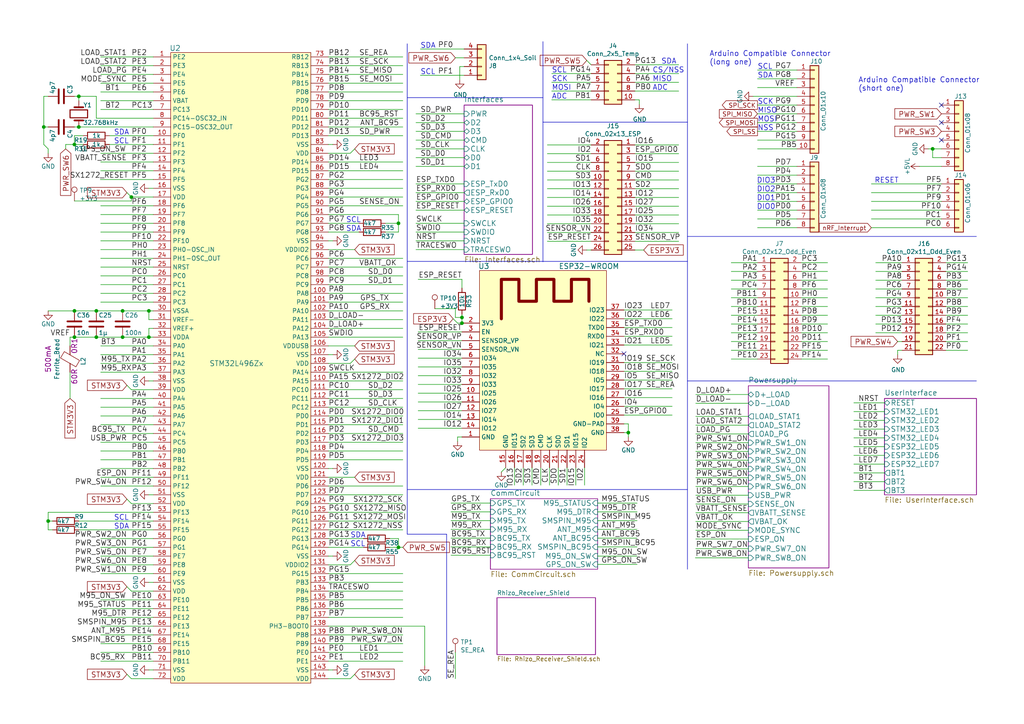
<source format=kicad_sch>
(kicad_sch (version 20200618) (host eeschema "(5.99.0-2142-ge9b99cc8b)")
  (page 1 8)
  (paper "A4")
  (title_block (title "RhizoTech - Motherboard - MCUs") (date "2018-11-09") (rev "V2") (company "TH Köln Institut für Nachrichtentechnik"))
  (lib_symbols
    (symbol "AddedComponents:GND" (power) (pin_names (offset 0))
      (property "Value" "GND" (at 0 -3.81 0))
      (symbol "GND_1_1"
        (pin power_in line (at 0 0 270) (length 0) hide (name "GND") (number "1"))
      )
    )
    (symbol "AddedComponents:STM32L496Zx"
      (property "Reference" "U" (at -16.51 92.71 0))
      (property "Value" "STM32L496Zx" (at 0 1.27 0))
      (symbol "STM32L496Zx_1_1"
        (pin bidirectional line (at -24.13 90.17 0) (length 5.08) (name "PE2") (number "1"))
        (pin bidirectional line (at -24.13 87.63 0) (length 5.08) (name "PE3") (number "2"))
        (pin bidirectional line (at -24.13 85.09 0) (length 5.08) (name "PE4") (number "3"))
        (pin bidirectional line (at -24.13 82.55 0) (length 5.08) (name "PE5") (number "4"))
        (pin bidirectional line (at -24.13 80.01 0) (length 5.08) (name "PE6") (number "5"))
        (pin bidirectional line (at -24.13 77.47 0) (length 5.08) (name "VBAT") (number "6"))
        (pin bidirectional line (at -24.13 74.93 0) (length 5.08) (name "PC13") (number "7"))
        (pin bidirectional line (at -24.13 72.39 0) (length 5.08) (name "PC14-OSC32_IN") (number "8"))
        (pin bidirectional line (at -24.13 69.85 0) (length 5.08) (name "PC15-OSC32_OUT") (number "9"))
        (pin bidirectional line (at -24.13 67.31 0) (length 5.08) (name "PF0") (number "10"))
        (pin bidirectional line (at -24.13 41.91 0) (length 5.08) (name "PF8") (number "20"))
        (pin bidirectional line (at -24.13 16.51 0) (length 5.08) (name "VSSA") (number "30"))
        (pin bidirectional line (at -24.13 -8.89 0) (length 5.08) (name "PA4") (number "40"))
        (pin bidirectional line (at -24.13 -34.29 0) (length 5.08) (name "PF12") (number "50"))
        (pin bidirectional line (at -24.13 -59.69 0) (length 5.08) (name "PE9") (number "60"))
        (pin bidirectional line (at -24.13 -85.09 0) (length 5.08) (name "PB11") (number "70"))
        (pin bidirectional line (at 26.67 72.39 180) (length 5.08) (name "PD11") (number "80"))
        (pin bidirectional line (at 26.67 46.99 180) (length 5.08) (name "PG5") (number "90"))
        (pin bidirectional line (at -24.13 64.77 0) (length 5.08) (name "PF1") (number "11"))
        (pin bidirectional line (at -24.13 39.37 0) (length 5.08) (name "PF9") (number "21"))
        (pin bidirectional line (at -24.13 13.97 0) (length 5.08) (name "VREF-") (number "31"))
        (pin bidirectional line (at -24.13 -11.43 0) (length 5.08) (name "PA5") (number "41"))
        (pin bidirectional line (at -24.13 -36.83 0) (length 5.08) (name "VSS") (number "51"))
        (pin bidirectional line (at -24.13 -62.23 0) (length 5.08) (name "VSS") (number "61"))
        (pin bidirectional line (at -24.13 -87.63 0) (length 5.08) (name "VSS") (number "71"))
        (pin bidirectional line (at 26.67 69.85 180) (length 5.08) (name "PD12") (number "81"))
        (pin bidirectional line (at 26.67 44.45 180) (length 5.08) (name "PG6") (number "91"))
        (pin bidirectional line (at -24.13 62.23 0) (length 5.08) (name "PF2") (number "12"))
        (pin bidirectional line (at -24.13 36.83 0) (length 5.08) (name "PF10") (number "22"))
        (pin bidirectional line (at -24.13 11.43 0) (length 5.08) (name "VREF+") (number "32"))
        (pin bidirectional line (at -24.13 -13.97 0) (length 5.08) (name "PA6") (number "42"))
        (pin bidirectional line (at -24.13 -39.37 0) (length 5.08) (name "VDD") (number "52"))
        (pin bidirectional line (at -24.13 -64.77 0) (length 5.08) (name "VDD") (number "62"))
        (pin bidirectional line (at -24.13 -90.17 0) (length 5.08) (name "VDD") (number "72"))
        (pin bidirectional line (at 26.67 67.31 180) (length 5.08) (name "PD13") (number "82"))
        (pin bidirectional line (at 26.67 41.91 180) (length 5.08) (name "PG7") (number "92"))
        (pin bidirectional line (at -24.13 59.69 0) (length 5.08) (name "PF3") (number "13"))
        (pin bidirectional line (at -24.13 34.29 0) (length 5.08) (name "PH0-OSC_IN") (number "23"))
        (pin bidirectional line (at -24.13 8.89 0) (length 5.08) (name "VDDA") (number "33"))
        (pin bidirectional line (at -24.13 -16.51 0) (length 5.08) (name "PA7") (number "43"))
        (pin bidirectional line (at -24.13 -41.91 0) (length 5.08) (name "PF13") (number "53"))
        (pin bidirectional line (at -24.13 -67.31 0) (length 5.08) (name "PE10") (number "63"))
        (pin bidirectional line (at 26.67 90.17 180) (length 5.08) (name "RB12") (number "73"))
        (pin bidirectional line (at 26.67 64.77 180) (length 5.08) (name "VSS") (number "83"))
        (pin bidirectional line (at 26.67 39.37 180) (length 5.08) (name "PG8") (number "93"))
        (pin bidirectional line (at -24.13 57.15 0) (length 5.08) (name "PF4") (number "14"))
        (pin bidirectional line (at -24.13 31.75 0) (length 5.08) (name "PH1-OSC_OUT") (number "24"))
        (pin bidirectional line (at -24.13 6.35 0) (length 5.08) (name "PA0") (number "34"))
        (pin bidirectional line (at -24.13 -19.05 0) (length 5.08) (name "PC4") (number "44"))
        (pin bidirectional line (at -24.13 -44.45 0) (length 5.08) (name "PF14") (number "54"))
        (pin bidirectional line (at -24.13 -69.85 0) (length 5.08) (name "PE11") (number "64"))
        (pin bidirectional line (at 26.67 87.63 180) (length 5.08) (name "RB13") (number "74"))
        (pin bidirectional line (at 26.67 62.23 180) (length 5.08) (name "VDD") (number "84"))
        (pin bidirectional line (at 26.67 36.83 180) (length 5.08) (name "VSS") (number "94"))
        (pin bidirectional line (at -24.13 54.61 0) (length 5.08) (name "PF5") (number "15"))
        (pin bidirectional line (at -24.13 29.21 0) (length 5.08) (name "NRST") (number "25"))
        (pin bidirectional line (at -24.13 3.81 0) (length 5.08) (name "PA1") (number "35"))
        (pin bidirectional line (at -24.13 -21.59 0) (length 5.08) (name "PC5") (number "45"))
        (pin bidirectional line (at -24.13 -46.99 0) (length 5.08) (name "PF15") (number "55"))
        (pin bidirectional line (at -24.13 -72.39 0) (length 5.08) (name "PE12") (number "65"))
        (pin bidirectional line (at 26.67 85.09 180) (length 5.08) (name "PB14") (number "75"))
        (pin bidirectional line (at 26.67 59.69 180) (length 5.08) (name "PD14") (number "85"))
        (pin bidirectional line (at 26.67 34.29 180) (length 5.08) (name "VDDIO2") (number "95"))
        (pin bidirectional line (at -24.13 52.07 0) (length 5.08) (name "VSS") (number "16"))
        (pin bidirectional line (at -24.13 26.67 0) (length 5.08) (name "PC0") (number "26"))
        (pin bidirectional line (at -24.13 1.27 0) (length 5.08) (name "PA2") (number "36"))
        (pin bidirectional line (at -24.13 -24.13 0) (length 5.08) (name "PB0") (number "46"))
        (pin bidirectional line (at -24.13 -49.53 0) (length 5.08) (name "PG0") (number "56"))
        (pin bidirectional line (at -24.13 -74.93 0) (length 5.08) (name "PE13") (number "66"))
        (pin bidirectional line (at 26.67 82.55 180) (length 5.08) (name "PB15") (number "76"))
        (pin bidirectional line (at 26.67 57.15 180) (length 5.08) (name "PD15") (number "86"))
        (pin bidirectional line (at 26.67 31.75 180) (length 5.08) (name "PC6") (number "96"))
        (pin bidirectional line (at -24.13 49.53 0) (length 5.08) (name "VDD") (number "17"))
        (pin bidirectional line (at -24.13 24.13 0) (length 5.08) (name "PC1") (number "27"))
        (pin bidirectional line (at -24.13 -1.27 0) (length 5.08) (name "PA3") (number "37"))
        (pin bidirectional line (at -24.13 -26.67 0) (length 5.08) (name "PB1") (number "47"))
        (pin bidirectional line (at -24.13 -52.07 0) (length 5.08) (name "PG1") (number "57"))
        (pin bidirectional line (at -24.13 -77.47 0) (length 5.08) (name "PE14") (number "67"))
        (pin bidirectional line (at 26.67 80.01 180) (length 5.08) (name "PD8") (number "77"))
        (pin bidirectional line (at 26.67 54.61 180) (length 5.08) (name "PG2") (number "87"))
        (pin bidirectional line (at 26.67 29.21 180) (length 5.08) (name "PC7") (number "97"))
        (pin bidirectional line (at -24.13 46.99 0) (length 5.08) (name "PF6") (number "18"))
        (pin bidirectional line (at -24.13 21.59 0) (length 5.08) (name "PC2") (number "28"))
        (pin bidirectional line (at -24.13 -3.81 0) (length 5.08) (name "VSS") (number "38"))
        (pin bidirectional line (at -24.13 -29.21 0) (length 5.08) (name "PB2") (number "48"))
        (pin bidirectional line (at -24.13 -54.61 0) (length 5.08) (name "PE7") (number "58"))
        (pin bidirectional line (at -24.13 -80.01 0) (length 5.08) (name "PE15") (number "68"))
        (pin bidirectional line (at 26.67 77.47 180) (length 5.08) (name "PD9") (number "78"))
        (pin bidirectional line (at 26.67 52.07 180) (length 5.08) (name "PG3") (number "88"))
        (pin bidirectional line (at 26.67 26.67 180) (length 5.08) (name "PC8") (number "98"))
        (pin bidirectional line (at -24.13 44.45 0) (length 5.08) (name "PF7") (number "19"))
        (pin bidirectional line (at -24.13 19.05 0) (length 5.08) (name "PC3") (number "29"))
        (pin bidirectional line (at -24.13 -6.35 0) (length 5.08) (name "VDD") (number "39"))
        (pin bidirectional line (at -24.13 -31.75 0) (length 5.08) (name "PF11") (number "49"))
        (pin bidirectional line (at -24.13 -57.15 0) (length 5.08) (name "PE8") (number "59"))
        (pin bidirectional line (at -24.13 -82.55 0) (length 5.08) (name "PB10") (number "69"))
        (pin bidirectional line (at 26.67 74.93 180) (length 5.08) (name "PD10") (number "79"))
        (pin bidirectional line (at 26.67 49.53 180) (length 5.08) (name "PG4") (number "89"))
        (pin bidirectional line (at 26.67 24.13 180) (length 5.08) (name "PC9") (number "99"))
        (pin bidirectional line (at 26.67 21.59 180) (length 5.08) (name "PA8") (number "100"))
        (pin bidirectional line (at 26.67 -3.81 180) (length 5.08) (name "PA15") (number "110"))
        (pin bidirectional line (at 26.67 -29.21 180) (length 5.08) (name "VSS") (number "120"))
        (pin bidirectional line (at 26.67 -54.61 180) (length 5.08) (name "VSS") (number "130"))
        (pin bidirectional line (at 26.67 -80.01 180) (length 5.08) (name "PB9") (number "140"))
        (pin bidirectional line (at 26.67 19.05 180) (length 5.08) (name "PA9") (number "101"))
        (pin bidirectional line (at 26.67 -6.35 180) (length 5.08) (name "PC10") (number "111"))
        (pin bidirectional line (at 26.67 -31.75 180) (length 5.08) (name "VDD") (number "121"))
        (pin bidirectional line (at 26.67 -57.15 180) (length 5.08) (name "VDDIO2") (number "131"))
        (pin bidirectional line (at 26.67 -82.55 180) (length 5.08) (name "PE0") (number "141"))
        (pin bidirectional line (at 26.67 16.51 180) (length 5.08) (name "PA10") (number "102"))
        (pin bidirectional line (at 26.67 -8.89 180) (length 5.08) (name "PC11") (number "112"))
        (pin bidirectional line (at 26.67 -34.29 180) (length 5.08) (name "PD6") (number "122"))
        (pin bidirectional line (at 26.67 -59.69 180) (length 5.08) (name "PG15") (number "132"))
        (pin bidirectional line (at 26.67 -85.09 180) (length 5.08) (name "PE1") (number "142"))
        (pin bidirectional line (at 26.67 13.97 180) (length 5.08) (name "PA11") (number "103"))
        (pin bidirectional line (at 26.67 -11.43 180) (length 5.08) (name "PC12") (number "113"))
        (pin bidirectional line (at 26.67 -36.83 180) (length 5.08) (name "PD7") (number "123"))
        (pin bidirectional line (at 26.67 -62.23 180) (length 5.08) (name "PB3") (number "133"))
        (pin bidirectional line (at 26.67 -87.63 180) (length 5.08) (name "VSS") (number "143"))
        (pin bidirectional line (at 26.67 11.43 180) (length 5.08) (name "PA12") (number "104"))
        (pin bidirectional line (at 26.67 -13.97 180) (length 5.08) (name "PD0") (number "114"))
        (pin bidirectional line (at 26.67 -39.37 180) (length 5.08) (name "PG9") (number "124"))
        (pin bidirectional line (at 26.67 -64.77 180) (length 5.08) (name "PB4") (number "134"))
        (pin bidirectional line (at 26.67 -90.17 180) (length 5.08) (name "VDD") (number "144"))
        (pin bidirectional line (at 26.67 8.89 180) (length 5.08) (name "PA13") (number "105"))
        (pin bidirectional line (at 26.67 -16.51 180) (length 5.08) (name "PD1") (number "115"))
        (pin bidirectional line (at 26.67 -41.91 180) (length 5.08) (name "PG10") (number "125"))
        (pin bidirectional line (at 26.67 -67.31 180) (length 5.08) (name "PB5") (number "135"))
        (pin bidirectional line (at 26.67 6.35 180) (length 5.08) (name "VDDUSB") (number "106"))
        (pin bidirectional line (at 26.67 -19.05 180) (length 5.08) (name "PD2") (number "116"))
        (pin bidirectional line (at 26.67 -44.45 180) (length 5.08) (name "PG11") (number "126"))
        (pin bidirectional line (at 26.67 -69.85 180) (length 5.08) (name "PB6") (number "136"))
        (pin bidirectional line (at 26.67 3.81 180) (length 5.08) (name "VSS") (number "107"))
        (pin bidirectional line (at 26.67 -21.59 180) (length 5.08) (name "PD3") (number "117"))
        (pin bidirectional line (at 26.67 -46.99 180) (length 5.08) (name "PG12") (number "127"))
        (pin bidirectional line (at 26.67 -72.39 180) (length 5.08) (name "PB7") (number "137"))
        (pin bidirectional line (at 26.67 1.27 180) (length 5.08) (name "VDD") (number "108"))
        (pin bidirectional line (at 26.67 -24.13 180) (length 5.08) (name "PD4") (number "118"))
        (pin bidirectional line (at 26.67 -49.53 180) (length 5.08) (name "PG13") (number "128"))
        (pin bidirectional line (at 26.67 -74.93 180) (length 5.08) (name "PH3-BOOT0") (number "138"))
        (pin bidirectional line (at 26.67 -1.27 180) (length 5.08) (name "PA14") (number "109"))
        (pin bidirectional line (at 26.67 -26.67 180) (length 5.08) (name "PD5") (number "119"))
        (pin bidirectional line (at 26.67 -52.07 180) (length 5.08) (name "PG14") (number "129"))
        (pin bidirectional line (at 26.67 -77.47 180) (length 5.08) (name "PB8") (number "139"))
      )
    )
    (symbol "BaseCircuit_V2-rescue:C" (pin_numbers hide) (pin_names (offset 0.254))
      (property "Reference" "C" (at 0.635 2.54 0))
      (property "Value" "C" (at 0.635 -2.54 0))
      (symbol "C_1_1"
        (pin passive line (at 0 3.81 270) (length 2.794) (name "~") (number "1"))
        (pin passive line (at 0 -3.81 90) (length 2.794) (name "~") (number "2"))
      )
    )
    (symbol "BaseCircuit_V2-rescue:Crystal" (pin_numbers hide) (pin_names hide)
      (property "Reference" "Y" (at 0 3.81 0))
      (property "Value" "Crystal" (at 0 -3.81 0))
      (symbol "Crystal_1_1"
        (pin passive line (at -3.81 0 0) (length 1.27) (name "1") (number "1"))
        (pin passive line (at 3.81 0 180) (length 1.27) (name "2") (number "2"))
      )
    )
    (symbol "BaseCircuit_V2-rescue:Ferrite_Bead" (pin_numbers hide) (pin_names (offset 0))
      (property "Reference" "L" (at -3.81 0.635 90))
      (property "Value" "Ferrite_Bead" (at 3.81 0 90))
      (symbol "Ferrite_Bead_1_1"
        (pin passive line (at 0 3.81 270) (length 2.54) (name "~") (number "1"))
        (pin passive line (at 0 -3.81 90) (length 2.54) (name "~") (number "2"))
      )
    )
    (symbol "BaseCircuit_V2-rescue:R" (pin_numbers hide) (pin_names (offset 0))
      (property "Reference" "R" (at 2.032 0 90))
      (property "Value" "R" (at 0 0 90))
      (symbol "R_1_1"
        (pin passive line (at 0 3.81 270) (length 1.27) (name "~") (number "1"))
        (pin passive line (at 0 -3.81 90) (length 1.27) (name "~") (number "2"))
      )
    )
    (symbol "Connector:TestPoint" (pin_numbers hide) (pin_names (offset 0.762) hide)
      (property "Reference" "TP" (at 0 6.858 0))
      (property "Value" "TestPoint" (at 0 5.08 0))
      (symbol "TestPoint_1_1"
        (pin passive line (at 0 0 90) (length 2.54) (name "1") (number "1"))
      )
    )
    (symbol "Connector_Generic:Conn_01x04" (pin_names hide)
      (property "Reference" "J" (at 0 5.08 0))
      (property "Value" "Conn_01x04" (at 0 -7.62 0))
      (symbol "Conn_01x04_1_1"
        (pin passive line (at -5.08 2.54 0) (length 3.81) (name "Pin_1") (number "1"))
        (pin passive line (at -5.08 0 0) (length 3.81) (name "Pin_2") (number "2"))
        (pin passive line (at -5.08 -2.54 0) (length 3.81) (name "Pin_3") (number "3"))
        (pin passive line (at -5.08 -5.08 0) (length 3.81) (name "Pin_4") (number "4"))
      )
    )
    (symbol "Connector_Generic:Conn_01x06" (pin_names hide)
      (property "Reference" "J" (at 0 7.62 0))
      (property "Value" "Conn_01x06" (at 0 -10.16 0))
      (symbol "Conn_01x06_1_1"
        (pin passive line (at -5.08 5.08 0) (length 3.81) (name "Pin_1") (number "1"))
        (pin passive line (at -5.08 2.54 0) (length 3.81) (name "Pin_2") (number "2"))
        (pin passive line (at -5.08 0 0) (length 3.81) (name "Pin_3") (number "3"))
        (pin passive line (at -5.08 -2.54 0) (length 3.81) (name "Pin_4") (number "4"))
        (pin passive line (at -5.08 -5.08 0) (length 3.81) (name "Pin_5") (number "5"))
        (pin passive line (at -5.08 -7.62 0) (length 3.81) (name "Pin_6") (number "6"))
      )
    )
    (symbol "Connector_Generic:Conn_01x08" (pin_names hide)
      (property "Reference" "J" (at 0 10.16 0))
      (property "Value" "Conn_01x08" (at 0 -12.7 0))
      (symbol "Conn_01x08_1_1"
        (pin passive line (at -5.08 7.62 0) (length 3.81) (name "Pin_1") (number "1"))
        (pin passive line (at -5.08 5.08 0) (length 3.81) (name "Pin_2") (number "2"))
        (pin passive line (at -5.08 2.54 0) (length 3.81) (name "Pin_3") (number "3"))
        (pin passive line (at -5.08 0 0) (length 3.81) (name "Pin_4") (number "4"))
        (pin passive line (at -5.08 -2.54 0) (length 3.81) (name "Pin_5") (number "5"))
        (pin passive line (at -5.08 -5.08 0) (length 3.81) (name "Pin_6") (number "6"))
        (pin passive line (at -5.08 -7.62 0) (length 3.81) (name "Pin_7") (number "7"))
        (pin passive line (at -5.08 -10.16 0) (length 3.81) (name "Pin_8") (number "8"))
      )
    )
    (symbol "Connector_Generic:Conn_01x10" (pin_names hide)
      (property "Reference" "J" (at 0 12.7 0))
      (property "Value" "Conn_01x10" (at 0 -15.24 0))
      (symbol "Conn_01x10_1_1"
        (pin passive line (at -5.08 10.16 0) (length 3.81) (name "Pin_1") (number "1"))
        (pin passive line (at -5.08 -12.7 0) (length 3.81) (name "Pin_10") (number "10"))
        (pin passive line (at -5.08 7.62 0) (length 3.81) (name "Pin_2") (number "2"))
        (pin passive line (at -5.08 5.08 0) (length 3.81) (name "Pin_3") (number "3"))
        (pin passive line (at -5.08 2.54 0) (length 3.81) (name "Pin_4") (number "4"))
        (pin passive line (at -5.08 0 0) (length 3.81) (name "Pin_5") (number "5"))
        (pin passive line (at -5.08 -2.54 0) (length 3.81) (name "Pin_6") (number "6"))
        (pin passive line (at -5.08 -5.08 0) (length 3.81) (name "Pin_7") (number "7"))
        (pin passive line (at -5.08 -7.62 0) (length 3.81) (name "Pin_8") (number "8"))
        (pin passive line (at -5.08 -10.16 0) (length 3.81) (name "Pin_9") (number "9"))
      )
    )
    (symbol "Connector_Generic:Conn_02x05_Odd_Even" (pin_names hide)
      (property "Reference" "J" (at 1.27 7.62 0))
      (property "Value" "Conn_02x05_Odd_Even" (at 1.27 -7.62 0))
      (symbol "Conn_02x05_Odd_Even_1_1"
        (pin passive line (at -5.08 5.08 0) (length 3.81) (name "Pin_1") (number "1"))
        (pin passive line (at 7.62 -5.08 180) (length 3.81) (name "Pin_10") (number "10"))
        (pin passive line (at 7.62 5.08 180) (length 3.81) (name "Pin_2") (number "2"))
        (pin passive line (at -5.08 2.54 0) (length 3.81) (name "Pin_3") (number "3"))
        (pin passive line (at 7.62 2.54 180) (length 3.81) (name "Pin_4") (number "4"))
        (pin passive line (at -5.08 0 0) (length 3.81) (name "Pin_5") (number "5"))
        (pin passive line (at 7.62 0 180) (length 3.81) (name "Pin_6") (number "6"))
        (pin passive line (at -5.08 -2.54 0) (length 3.81) (name "Pin_7") (number "7"))
        (pin passive line (at 7.62 -2.54 180) (length 3.81) (name "Pin_8") (number "8"))
        (pin passive line (at -5.08 -5.08 0) (length 3.81) (name "Pin_9") (number "9"))
      )
    )
    (symbol "Connector_Generic:Conn_02x11_Odd_Even" (pin_names hide)
      (property "Reference" "J" (at 1.27 15.24 0))
      (property "Value" "Conn_02x11_Odd_Even" (at 1.27 -15.24 0))
      (symbol "Conn_02x11_Odd_Even_1_1"
        (pin passive line (at -5.08 12.7 0) (length 3.81) (name "Pin_1") (number "1"))
        (pin passive line (at 7.62 2.54 180) (length 3.81) (name "Pin_10") (number "10"))
        (pin passive line (at -5.08 0 0) (length 3.81) (name "Pin_11") (number "11"))
        (pin passive line (at 7.62 0 180) (length 3.81) (name "Pin_12") (number "12"))
        (pin passive line (at -5.08 -2.54 0) (length 3.81) (name "Pin_13") (number "13"))
        (pin passive line (at 7.62 -2.54 180) (length 3.81) (name "Pin_14") (number "14"))
        (pin passive line (at -5.08 -5.08 0) (length 3.81) (name "Pin_15") (number "15"))
        (pin passive line (at 7.62 -5.08 180) (length 3.81) (name "Pin_16") (number "16"))
        (pin passive line (at -5.08 -7.62 0) (length 3.81) (name "Pin_17") (number "17"))
        (pin passive line (at 7.62 -7.62 180) (length 3.81) (name "Pin_18") (number "18"))
        (pin passive line (at -5.08 -10.16 0) (length 3.81) (name "Pin_19") (number "19"))
        (pin passive line (at 7.62 12.7 180) (length 3.81) (name "Pin_2") (number "2"))
        (pin passive line (at 7.62 -10.16 180) (length 3.81) (name "Pin_20") (number "20"))
        (pin passive line (at -5.08 -12.7 0) (length 3.81) (name "Pin_21") (number "21"))
        (pin passive line (at 7.62 -12.7 180) (length 3.81) (name "Pin_22") (number "22"))
        (pin passive line (at -5.08 10.16 0) (length 3.81) (name "Pin_3") (number "3"))
        (pin passive line (at 7.62 10.16 180) (length 3.81) (name "Pin_4") (number "4"))
        (pin passive line (at -5.08 7.62 0) (length 3.81) (name "Pin_5") (number "5"))
        (pin passive line (at 7.62 7.62 180) (length 3.81) (name "Pin_6") (number "6"))
        (pin passive line (at -5.08 5.08 0) (length 3.81) (name "Pin_7") (number "7"))
        (pin passive line (at 7.62 5.08 180) (length 3.81) (name "Pin_8") (number "8"))
        (pin passive line (at -5.08 2.54 0) (length 3.81) (name "Pin_9") (number "9"))
      )
    )
    (symbol "Connector_Generic:Conn_02x12_Odd_Even" (pin_names hide)
      (property "Reference" "J" (at 1.27 15.24 0))
      (property "Value" "Conn_02x12_Odd_Even" (at 1.27 -17.78 0))
      (symbol "Conn_02x12_Odd_Even_1_1"
        (pin passive line (at -5.08 12.7 0) (length 3.81) (name "Pin_1") (number "1"))
        (pin passive line (at 7.62 2.54 180) (length 3.81) (name "Pin_10") (number "10"))
        (pin passive line (at -5.08 0 0) (length 3.81) (name "Pin_11") (number "11"))
        (pin passive line (at 7.62 0 180) (length 3.81) (name "Pin_12") (number "12"))
        (pin passive line (at -5.08 -2.54 0) (length 3.81) (name "Pin_13") (number "13"))
        (pin passive line (at 7.62 -2.54 180) (length 3.81) (name "Pin_14") (number "14"))
        (pin passive line (at -5.08 -5.08 0) (length 3.81) (name "Pin_15") (number "15"))
        (pin passive line (at 7.62 -5.08 180) (length 3.81) (name "Pin_16") (number "16"))
        (pin passive line (at -5.08 -7.62 0) (length 3.81) (name "Pin_17") (number "17"))
        (pin passive line (at 7.62 -7.62 180) (length 3.81) (name "Pin_18") (number "18"))
        (pin passive line (at -5.08 -10.16 0) (length 3.81) (name "Pin_19") (number "19"))
        (pin passive line (at 7.62 12.7 180) (length 3.81) (name "Pin_2") (number "2"))
        (pin passive line (at 7.62 -10.16 180) (length 3.81) (name "Pin_20") (number "20"))
        (pin passive line (at -5.08 -12.7 0) (length 3.81) (name "Pin_21") (number "21"))
        (pin passive line (at 7.62 -12.7 180) (length 3.81) (name "Pin_22") (number "22"))
        (pin passive line (at -5.08 -15.24 0) (length 3.81) (name "Pin_23") (number "23"))
        (pin passive line (at 7.62 -15.24 180) (length 3.81) (name "Pin_24") (number "24"))
        (pin passive line (at -5.08 10.16 0) (length 3.81) (name "Pin_3") (number "3"))
        (pin passive line (at 7.62 10.16 180) (length 3.81) (name "Pin_4") (number "4"))
        (pin passive line (at -5.08 7.62 0) (length 3.81) (name "Pin_5") (number "5"))
        (pin passive line (at 7.62 7.62 180) (length 3.81) (name "Pin_6") (number "6"))
        (pin passive line (at -5.08 5.08 0) (length 3.81) (name "Pin_7") (number "7"))
        (pin passive line (at 7.62 5.08 180) (length 3.81) (name "Pin_8") (number "8"))
        (pin passive line (at -5.08 2.54 0) (length 3.81) (name "Pin_9") (number "9"))
      )
    )
    (symbol "Connector_Generic:Conn_02x13_Odd_Even" (pin_names hide)
      (property "Reference" "J" (at 1.27 17.78 0))
      (property "Value" "Conn_02x13_Odd_Even" (at 1.27 -17.78 0))
      (symbol "Conn_02x13_Odd_Even_1_1"
        (pin passive line (at -5.08 15.24 0) (length 3.81) (name "Pin_1") (number "1"))
        (pin passive line (at 7.62 5.08 180) (length 3.81) (name "Pin_10") (number "10"))
        (pin passive line (at -5.08 2.54 0) (length 3.81) (name "Pin_11") (number "11"))
        (pin passive line (at 7.62 2.54 180) (length 3.81) (name "Pin_12") (number "12"))
        (pin passive line (at -5.08 0 0) (length 3.81) (name "Pin_13") (number "13"))
        (pin passive line (at 7.62 0 180) (length 3.81) (name "Pin_14") (number "14"))
        (pin passive line (at -5.08 -2.54 0) (length 3.81) (name "Pin_15") (number "15"))
        (pin passive line (at 7.62 -2.54 180) (length 3.81) (name "Pin_16") (number "16"))
        (pin passive line (at -5.08 -5.08 0) (length 3.81) (name "Pin_17") (number "17"))
        (pin passive line (at 7.62 -5.08 180) (length 3.81) (name "Pin_18") (number "18"))
        (pin passive line (at -5.08 -7.62 0) (length 3.81) (name "Pin_19") (number "19"))
        (pin passive line (at 7.62 15.24 180) (length 3.81) (name "Pin_2") (number "2"))
        (pin passive line (at 7.62 -7.62 180) (length 3.81) (name "Pin_20") (number "20"))
        (pin passive line (at -5.08 -10.16 0) (length 3.81) (name "Pin_21") (number "21"))
        (pin passive line (at 7.62 -10.16 180) (length 3.81) (name "Pin_22") (number "22"))
        (pin passive line (at -5.08 -12.7 0) (length 3.81) (name "Pin_23") (number "23"))
        (pin passive line (at 7.62 -12.7 180) (length 3.81) (name "Pin_24") (number "24"))
        (pin passive line (at -5.08 -15.24 0) (length 3.81) (name "Pin_25") (number "25"))
        (pin passive line (at 7.62 -15.24 180) (length 3.81) (name "Pin_26") (number "26"))
        (pin passive line (at -5.08 12.7 0) (length 3.81) (name "Pin_3") (number "3"))
        (pin passive line (at 7.62 12.7 180) (length 3.81) (name "Pin_4") (number "4"))
        (pin passive line (at -5.08 10.16 0) (length 3.81) (name "Pin_5") (number "5"))
        (pin passive line (at 7.62 10.16 180) (length 3.81) (name "Pin_6") (number "6"))
        (pin passive line (at -5.08 7.62 0) (length 3.81) (name "Pin_7") (number "7"))
        (pin passive line (at 7.62 7.62 180) (length 3.81) (name "Pin_8") (number "8"))
        (pin passive line (at -5.08 5.08 0) (length 3.81) (name "Pin_9") (number "9"))
      )
    )
    (symbol "ESP32-footprints-Shem-Lib:ESP32-WROOM"
      (property "Reference" "U" (at -17.78 31.75 0))
      (property "Value" "ESP32-WROOM" (at 12.7 31.75 0))
      (symbol "ESP32-WROOM_1_1"
        (pin input line (at -24.13 -17.78 0) (length 5.08) (name "GND") (number "1"))
        (pin input line (at -24.13 15.24 0) (length 5.08) (name "3V3") (number "2"))
        (pin input line (at -24.13 12.7 0) (length 5.08) (name "EN") (number "3"))
        (pin input line (at -24.13 10.16 0) (length 5.08) (name "SENSOR_VP") (number "4"))
        (pin input line (at -24.13 7.62 0) (length 5.08) (name "SENSOR_VN") (number "5"))
        (pin input line (at -24.13 5.08 0) (length 5.08) (name "IO34") (number "6"))
        (pin input line (at -24.13 2.54 0) (length 5.08) (name "IO35") (number "7"))
        (pin input line (at -24.13 0 0) (length 5.08) (name "IO32") (number "8"))
        (pin input line (at -24.13 -2.54 0) (length 5.08) (name "IO33") (number "9"))
        (pin input line (at -24.13 -5.08 0) (length 5.08) (name "IO25") (number "10"))
        (pin input line (at 1.27 -26.67 90) (length 5.08) (name "CLK") (number "20"))
        (pin input line (at 22.86 1.27 180) (length 5.08) (name "IO18") (number "30"))
        (pin input line (at -24.13 -7.62 0) (length 5.08) (name "IO26") (number "11"))
        (pin input line (at 3.81 -26.67 90) (length 5.08) (name "SDO") (number "21"))
        (pin input line (at 22.86 3.81 180) (length 5.08) (name "IO19") (number "31"))
        (pin input line (at -24.13 -10.16 0) (length 5.08) (name "IO27") (number "12"))
        (pin input line (at 6.35 -26.67 90) (length 5.08) (name "SD1") (number "22"))
        (pin input line (at 22.86 6.35 180) (length 5.08) (name "NC") (number "32"))
        (pin input line (at -24.13 -12.7 0) (length 5.08) (name "IO14") (number "13"))
        (pin input line (at 8.89 -26.67 90) (length 5.08) (name "IO15") (number "23"))
        (pin input line (at 22.86 8.89 180) (length 5.08) (name "IO21") (number "33"))
        (pin input line (at -24.13 -15.24 0) (length 5.08) (name "IO12") (number "14"))
        (pin input line (at 11.43 -26.67 90) (length 5.08) (name "IO2") (number "24"))
        (pin input line (at 22.86 11.43 180) (length 5.08) (name "RXD0") (number "34"))
        (pin input line (at -11.43 -26.67 90) (length 5.08) (name "GND") (number "15"))
        (pin input line (at 22.86 -11.43 180) (length 5.08) (name "IO0") (number "25"))
        (pin input line (at 22.86 13.97 180) (length 5.08) (name "TXD0") (number "35"))
        (pin input line (at -8.89 -26.67 90) (length 5.08) (name "IO13") (number "16"))
        (pin input line (at 22.86 -8.89 180) (length 5.08) (name "IO4") (number "26"))
        (pin input line (at 22.86 16.51 180) (length 5.08) (name "IO22") (number "36"))
        (pin input line (at -6.35 -26.67 90) (length 5.08) (name "SD2") (number "17"))
        (pin input line (at 22.86 -6.35 180) (length 5.08) (name "IO16") (number "27"))
        (pin input line (at 22.86 19.05 180) (length 5.08) (name "IO23") (number "37"))
        (pin input line (at -3.81 -26.67 90) (length 5.08) (name "SD3") (number "18"))
        (pin input line (at 22.86 -3.81 180) (length 5.08) (name "IO17") (number "28"))
        (pin input line (at 22.86 -16.51 180) (length 5.08) (name "GND") (number "38"))
        (pin input line (at -1.27 -26.67 90) (length 5.08) (name "CMD") (number "19"))
        (pin input line (at 22.86 -1.27 180) (length 5.08) (name "IO5") (number "29"))
        (pin input line (at 22.86 -13.97 180) (length 5.08) (name "GND-PAD") (number "39"))
      )
    )
    (symbol "power:+3.3V" (power) (pin_names (offset 0))
      (property "Value" "+3.3V" (at 0 3.556 0))
      (symbol "+3.3V_1_1"
        (pin power_in line (at 0 0 90) (length 0) hide (name "+3V3") (number "1"))
      )
    )
    (symbol "power:+5VL" (power) (pin_names (offset 0))
      (property "Value" "+5VL" (at 0 3.556 0))
      (symbol "+5VL_1_1"
        (pin power_in line (at 0 0 90) (length 0) hide (name "+5VL") (number "1"))
      )
    )
    (symbol "power:GND" (power) (pin_names (offset 0))
      (property "Value" "GND" (at 0 -3.81 0))
      (symbol "GND_1_1"
        (pin power_in line (at 0 0 270) (length 0) hide (name "GND") (number "1"))
      )
    )
  )
  (junction (at 12.7 36.83))
  (junction (at 13.97 151.13))
  (junction (at 21.59 41.91))
  (junction (at 21.59 90.17))
  (junction (at 21.59 97.79))
  (junction (at 22.86 27.94))
  (junction (at 22.86 36.83))
  (junction (at 27.94 90.17))
  (junction (at 27.94 97.79))
  (junction (at 35.56 90.17))
  (junction (at 35.56 97.79))
  (junction (at 38.1 57.15))
  (junction (at 43.18 90.17))
  (junction (at 43.18 97.79))
  (junction (at 115.57 64.77))
  (junction (at 115.57 158.75))
  (junction (at 133.985 92.075))
  (junction (at 133.985 93.726))
  (junction (at 182.245 125.476))
  (junction (at 270.51 43.18))
  (no_connect (at 273.05 35.56))
  (no_connect (at 180.975 102.616))
  (no_connect (at 273.05 40.64))
  (no_connect (at 273.05 30.48))
  (wire (pts (xy 12.7 27.94) (xy 12.7 36.83)))
  (wire (pts (xy 12.7 27.94) (xy 13.97 27.94)))
  (wire (pts (xy 12.7 36.83) (xy 13.97 36.83)))
  (wire (pts (xy 12.7 41.91) (xy 12.7 36.83)))
  (wire (pts (xy 13.97 43.18) (xy 12.7 41.91)))
  (wire (pts (xy 13.97 44.45) (xy 13.97 43.18)))
  (wire (pts (xy 13.97 90.17) (xy 21.59 90.17)))
  (wire (pts (xy 13.97 148.59) (xy 13.97 151.13)))
  (wire (pts (xy 13.97 148.59) (xy 44.45 148.59)))
  (wire (pts (xy 13.97 151.13) (xy 13.97 153.67)))
  (wire (pts (xy 13.97 153.67) (xy 15.24 153.67)))
  (wire (pts (xy 15.24 151.13) (xy 13.97 151.13)))
  (wire (pts (xy 19.05 41.91) (xy 21.59 41.91)))
  (wire (pts (xy 19.05 43.18) (xy 19.05 41.91)))
  (wire (pts (xy 20.32 97.79) (xy 20.32 100.33)))
  (wire (pts (xy 20.32 97.79) (xy 21.59 97.79)))
  (wire (pts (xy 20.32 107.95) (xy 20.32 115.57)))
  (wire (pts (xy 21.59 27.94) (xy 22.86 27.94)))
  (wire (pts (xy 21.59 36.83) (xy 22.86 36.83)))
  (wire (pts (xy 21.59 39.37) (xy 21.59 41.91)))
  (wire (pts (xy 21.59 41.91) (xy 24.13 41.91)))
  (wire (pts (xy 21.59 90.17) (xy 27.94 90.17)))
  (wire (pts (xy 21.59 97.79) (xy 27.94 97.79)))
  (wire (pts (xy 22.86 27.94) (xy 22.86 29.21)))
  (wire (pts (xy 22.86 36.83) (xy 44.45 36.83)))
  (wire (pts (xy 24.13 39.37) (xy 21.59 39.37)))
  (wire (pts (xy 27.94 27.94) (xy 22.86 27.94)))
  (wire (pts (xy 27.94 34.29) (xy 27.94 27.94)))
  (wire (pts (xy 27.94 90.17) (xy 35.56 90.17)))
  (wire (pts (xy 27.94 97.79) (xy 35.56 97.79)))
  (wire (pts (xy 29.21 16.51) (xy 44.45 16.51)))
  (wire (pts (xy 29.21 19.05) (xy 44.45 19.05)))
  (wire (pts (xy 29.21 21.59) (xy 44.45 21.59)))
  (wire (pts (xy 29.21 24.13) (xy 44.45 24.13)))
  (wire (pts (xy 29.21 26.67) (xy 44.45 26.67)))
  (wire (pts (xy 29.21 29.21) (xy 44.45 29.21)))
  (wire (pts (xy 29.21 31.75) (xy 44.45 31.75)))
  (wire (pts (xy 29.21 44.45) (xy 44.45 44.45)))
  (wire (pts (xy 29.21 46.99) (xy 44.45 46.99)))
  (wire (pts (xy 29.21 49.53) (xy 44.45 49.53)))
  (wire (pts (xy 31.75 39.37) (xy 44.45 39.37)))
  (wire (pts (xy 31.75 41.91) (xy 44.45 41.91)))
  (wire (pts (xy 35.56 90.17) (xy 43.18 90.17)))
  (wire (pts (xy 35.56 97.79) (xy 43.18 97.79)))
  (wire (pts (xy 36.83 55.88) (xy 38.1 57.15)))
  (wire (pts (xy 36.83 111.76) (xy 38.1 113.03)))
  (wire (pts (xy 36.83 170.18) (xy 38.1 171.45)))
  (wire (pts (xy 36.83 195.58) (xy 38.1 196.85)))
  (wire (pts (xy 38.1 57.15) (xy 38.1 58.293)))
  (wire (pts (xy 38.1 57.15) (xy 44.45 57.15)))
  (wire (pts (xy 38.1 58.293) (xy 21.59 58.293)))
  (wire (pts (xy 38.1 113.03) (xy 44.45 113.03)))
  (wire (pts (xy 38.1 146.05) (xy 36.83 144.78)))
  (wire (pts (xy 38.1 171.45) (xy 44.45 171.45)))
  (wire (pts (xy 38.1 196.85) (xy 44.45 196.85)))
  (wire (pts (xy 43.18 90.17) (xy 44.45 90.17)))
  (wire (pts (xy 43.18 92.71) (xy 43.18 90.17)))
  (wire (pts (xy 43.18 95.25) (xy 44.45 95.25)))
  (wire (pts (xy 43.18 97.79) (xy 43.18 95.25)))
  (wire (pts (xy 43.18 97.79) (xy 44.45 97.79)))
  (wire (pts (xy 43.18 194.31) (xy 44.45 194.31)))
  (wire (pts (xy 44.45 34.29) (xy 27.94 34.29)))
  (wire (pts (xy 44.45 52.07) (xy 29.083 52.07)))
  (wire (pts (xy 44.45 54.61) (xy 43.18 54.61)))
  (wire (pts (xy 44.45 59.69) (xy 29.21 59.69)))
  (wire (pts (xy 44.45 62.23) (xy 29.21 62.23)))
  (wire (pts (xy 44.45 64.77) (xy 29.21 64.77)))
  (wire (pts (xy 44.45 67.31) (xy 29.21 67.31)))
  (wire (pts (xy 44.45 69.85) (xy 29.21 69.85)))
  (wire (pts (xy 44.45 72.39) (xy 29.21 72.39)))
  (wire (pts (xy 44.45 74.93) (xy 29.21 74.93)))
  (wire (pts (xy 44.45 77.47) (xy 29.21 77.47)))
  (wire (pts (xy 44.45 80.01) (xy 29.21 80.01)))
  (wire (pts (xy 44.45 82.55) (xy 29.21 82.55)))
  (wire (pts (xy 44.45 85.09) (xy 29.21 85.09)))
  (wire (pts (xy 44.45 87.63) (xy 29.21 87.63)))
  (wire (pts (xy 44.45 92.71) (xy 43.18 92.71)))
  (wire (pts (xy 44.45 100.33) (xy 29.21 100.33)))
  (wire (pts (xy 44.45 102.87) (xy 29.21 102.87)))
  (wire (pts (xy 44.45 105.41) (xy 29.21 105.41)))
  (wire (pts (xy 44.45 107.95) (xy 29.21 107.95)))
  (wire (pts (xy 44.45 110.49) (xy 43.18 110.49)))
  (wire (pts (xy 44.45 115.57) (xy 29.21 115.57)))
  (wire (pts (xy 44.45 118.11) (xy 29.21 118.11)))
  (wire (pts (xy 44.45 120.65) (xy 29.21 120.65)))
  (wire (pts (xy 44.45 123.19) (xy 29.21 123.19)))
  (wire (pts (xy 44.45 125.73) (xy 29.21 125.73)))
  (wire (pts (xy 44.45 128.27) (xy 29.21 128.27)))
  (wire (pts (xy 44.45 130.81) (xy 29.21 130.81)))
  (wire (pts (xy 44.45 133.35) (xy 29.21 133.35)))
  (wire (pts (xy 44.45 135.89) (xy 29.21 135.89)))
  (wire (pts (xy 44.45 138.43) (xy 29.21 138.43)))
  (wire (pts (xy 44.45 140.97) (xy 29.21 140.97)))
  (wire (pts (xy 44.45 143.51) (xy 43.18 143.51)))
  (wire (pts (xy 44.45 146.05) (xy 38.1 146.05)))
  (wire (pts (xy 44.45 151.13) (xy 22.86 151.13)))
  (wire (pts (xy 44.45 153.67) (xy 22.86 153.67)))
  (wire (pts (xy 44.45 156.21) (xy 29.21 156.21)))
  (wire (pts (xy 44.45 158.75) (xy 29.21 158.75)))
  (wire (pts (xy 44.45 161.29) (xy 29.21 161.29)))
  (wire (pts (xy 44.45 163.83) (xy 29.21 163.83)))
  (wire (pts (xy 44.45 166.37) (xy 29.21 166.37)))
  (wire (pts (xy 44.45 168.91) (xy 43.18 168.91)))
  (wire (pts (xy 44.45 173.99) (xy 29.21 173.99)))
  (wire (pts (xy 44.45 176.53) (xy 29.21 176.53)))
  (wire (pts (xy 44.45 179.07) (xy 29.21 179.07)))
  (wire (pts (xy 44.45 181.61) (xy 29.21 181.61)))
  (wire (pts (xy 44.45 184.15) (xy 29.21 184.15)))
  (wire (pts (xy 44.45 186.69) (xy 29.21 186.69)))
  (wire (pts (xy 44.45 189.23) (xy 29.21 189.23)))
  (wire (pts (xy 44.45 191.77) (xy 29.21 191.77)))
  (wire (pts (xy 95.25 16.51) (xy 116.84 16.51)))
  (wire (pts (xy 95.25 19.05) (xy 116.84 19.05)))
  (wire (pts (xy 95.25 21.59) (xy 116.84 21.59)))
  (wire (pts (xy 95.25 24.13) (xy 116.84 24.13)))
  (wire (pts (xy 95.25 26.67) (xy 116.84 26.67)))
  (wire (pts (xy 95.25 29.21) (xy 116.84 29.21)))
  (wire (pts (xy 95.25 31.75) (xy 116.84 31.75)))
  (wire (pts (xy 95.25 34.29) (xy 116.84 34.29)))
  (wire (pts (xy 95.25 36.83) (xy 116.84 36.83)))
  (wire (pts (xy 95.25 39.37) (xy 116.84 39.37)))
  (wire (pts (xy 95.25 44.45) (xy 101.6 44.45)))
  (wire (pts (xy 95.25 46.99) (xy 116.84 46.99)))
  (wire (pts (xy 95.25 49.53) (xy 116.84 49.53)))
  (wire (pts (xy 95.25 52.07) (xy 116.84 52.07)))
  (wire (pts (xy 95.25 54.61) (xy 116.84 54.61)))
  (wire (pts (xy 95.25 57.15) (xy 116.84 57.15)))
  (wire (pts (xy 95.25 59.69) (xy 116.84 59.69)))
  (wire (pts (xy 95.25 62.23) (xy 115.57 62.23)))
  (wire (pts (xy 95.25 64.77) (xy 104.14 64.77)))
  (wire (pts (xy 95.25 67.31) (xy 104.14 67.31)))
  (wire (pts (xy 95.25 72.39) (xy 102.87 72.39)))
  (wire (pts (xy 95.25 74.93) (xy 116.84 74.93)))
  (wire (pts (xy 95.25 77.47) (xy 116.84 77.47)))
  (wire (pts (xy 95.25 80.01) (xy 116.84 80.01)))
  (wire (pts (xy 95.25 82.55) (xy 116.84 82.55)))
  (wire (pts (xy 95.25 85.09) (xy 116.84 85.09)))
  (wire (pts (xy 95.25 87.63) (xy 116.84 87.63)))
  (wire (pts (xy 95.25 90.17) (xy 116.84 90.17)))
  (wire (pts (xy 95.25 92.71) (xy 116.84 92.71)))
  (wire (pts (xy 95.25 95.25) (xy 116.84 95.25)))
  (wire (pts (xy 95.25 97.79) (xy 116.84 97.79)))
  (wire (pts (xy 95.25 100.33) (xy 102.87 100.33)))
  (wire (pts (xy 95.25 105.41) (xy 101.6 105.41)))
  (wire (pts (xy 95.25 107.95) (xy 116.84 107.95)))
  (wire (pts (xy 95.25 110.49) (xy 116.84 110.49)))
  (wire (pts (xy 95.25 113.03) (xy 116.84 113.03)))
  (wire (pts (xy 95.25 115.57) (xy 116.84 115.57)))
  (wire (pts (xy 95.25 118.11) (xy 116.84 118.11)))
  (wire (pts (xy 95.25 120.65) (xy 116.84 120.65)))
  (wire (pts (xy 95.25 123.19) (xy 116.84 123.19)))
  (wire (pts (xy 95.25 125.73) (xy 116.84 125.73)))
  (wire (pts (xy 95.25 128.27) (xy 116.84 128.27)))
  (wire (pts (xy 95.25 130.81) (xy 116.84 130.81)))
  (wire (pts (xy 95.25 133.35) (xy 116.84 133.35)))
  (wire (pts (xy 95.25 138.43) (xy 102.87 138.43)))
  (wire (pts (xy 95.25 140.97) (xy 116.84 140.97)))
  (wire (pts (xy 95.25 143.51) (xy 116.84 143.51)))
  (wire (pts (xy 95.25 146.05) (xy 116.84 146.05)))
  (wire (pts (xy 95.25 148.59) (xy 116.84 148.59)))
  (wire (pts (xy 95.25 151.13) (xy 116.84 151.13)))
  (wire (pts (xy 95.25 153.67) (xy 116.84 153.67)))
  (wire (pts (xy 95.25 156.21) (xy 105.41 156.21)))
  (wire (pts (xy 95.25 158.75) (xy 105.41 158.75)))
  (wire (pts (xy 95.25 163.83) (xy 101.6 163.83)))
  (wire (pts (xy 95.25 166.37) (xy 116.84 166.37)))
  (wire (pts (xy 95.25 168.91) (xy 116.84 168.91)))
  (wire (pts (xy 95.25 171.45) (xy 116.84 171.45)))
  (wire (pts (xy 95.25 173.99) (xy 116.84 173.99)))
  (wire (pts (xy 95.25 176.53) (xy 116.84 176.53)))
  (wire (pts (xy 95.25 179.07) (xy 116.84 179.07)))
  (wire (pts (xy 95.25 181.61) (xy 123.19 181.61)))
  (wire (pts (xy 95.25 184.15) (xy 116.84 184.15)))
  (wire (pts (xy 95.25 186.69) (xy 116.84 186.69)))
  (wire (pts (xy 95.25 189.23) (xy 116.84 189.23)))
  (wire (pts (xy 95.25 191.77) (xy 116.84 191.77)))
  (wire (pts (xy 95.25 194.31) (xy 96.52 194.31)))
  (wire (pts (xy 95.25 196.85) (xy 101.6 196.85)))
  (wire (pts (xy 96.52 41.91) (xy 95.25 41.91)))
  (wire (pts (xy 96.52 69.85) (xy 95.25 69.85)))
  (wire (pts (xy 96.52 102.87) (xy 95.25 102.87)))
  (wire (pts (xy 96.52 135.89) (xy 95.25 135.89)))
  (wire (pts (xy 96.52 161.29) (xy 95.25 161.29)))
  (wire (pts (xy 101.6 44.45) (xy 102.87 43.18)))
  (wire (pts (xy 101.6 105.41) (xy 102.87 104.14)))
  (wire (pts (xy 101.6 163.83) (xy 102.87 162.56)))
  (wire (pts (xy 101.6 196.85) (xy 102.87 195.58)))
  (wire (pts (xy 111.76 64.77) (xy 115.57 64.77)))
  (wire (pts (xy 113.03 156.21) (xy 115.57 156.21)))
  (wire (pts (xy 115.57 62.23) (xy 115.57 64.77)))
  (wire (pts (xy 115.57 64.77) (xy 115.57 67.31)))
  (wire (pts (xy 115.57 67.31) (xy 111.76 67.31)))
  (wire (pts (xy 115.57 156.21) (xy 115.57 158.75)))
  (wire (pts (xy 115.57 158.75) (xy 113.03 158.75)))
  (wire (pts (xy 116.84 158.75) (xy 115.57 158.75)))
  (wire (pts (xy 120.65 67.31) (xy 134.62 67.31)))
  (wire (pts (xy 120.65 72.39) (xy 134.62 72.39)))
  (wire (pts (xy 121.92 14.224) (xy 134.62 14.224)))
  (wire (pts (xy 121.92 21.844) (xy 134.62 21.844)))
  (wire (pts (xy 123.19 181.61) (xy 123.19 193.04)))
  (wire (pts (xy 132.08 16.764) (xy 134.62 16.764)))
  (wire (pts (xy 132.08 89.535) (xy 126.111 89.535)))
  (wire (pts (xy 132.08 92.075) (xy 132.08 89.535)))
  (wire (pts (xy 132.08 196.85) (xy 132.08 189.23)))
  (wire (pts (xy 132.715 93.726) (xy 131.445 92.456)))
  (wire (pts (xy 132.715 126.746) (xy 132.715 128.016)))
  (wire (pts (xy 133.35 19.304) (xy 134.62 19.304)))
  (wire (pts (xy 133.35 23.114) (xy 133.35 19.304)))
  (wire (pts (xy 133.985 81.026) (xy 121.285 81.026)))
  (wire (pts (xy 133.985 83.566) (xy 133.985 81.026)))
  (wire (pts (xy 133.985 91.186) (xy 133.985 92.075)))
  (wire (pts (xy 133.985 92.075) (xy 132.08 92.075)))
  (wire (pts (xy 133.985 92.075) (xy 133.985 93.726)))
  (wire (pts (xy 133.985 93.726) (xy 132.715 93.726)))
  (wire (pts (xy 133.985 96.266) (xy 121.285 96.266)))
  (wire (pts (xy 133.985 98.806) (xy 121.285 98.806)))
  (wire (pts (xy 133.985 101.346) (xy 121.285 101.346)))
  (wire (pts (xy 133.985 103.886) (xy 121.285 103.886)))
  (wire (pts (xy 133.985 106.426) (xy 121.285 106.426)))
  (wire (pts (xy 133.985 108.966) (xy 121.285 108.966)))
  (wire (pts (xy 133.985 111.506) (xy 121.285 111.506)))
  (wire (pts (xy 133.985 114.046) (xy 121.285 114.046)))
  (wire (pts (xy 133.985 116.586) (xy 121.285 116.586)))
  (wire (pts (xy 133.985 119.126) (xy 121.285 119.126)))
  (wire (pts (xy 133.985 121.666) (xy 121.285 121.666)))
  (wire (pts (xy 133.985 124.206) (xy 121.285 124.206)))
  (wire (pts (xy 133.985 126.746) (xy 132.715 126.746)))
  (wire (pts (xy 134.62 33.02) (xy 120.65 33.02)))
  (wire (pts (xy 134.62 35.56) (xy 120.65 35.56)))
  (wire (pts (xy 134.62 38.1) (xy 120.65 38.1)))
  (wire (pts (xy 134.62 40.64) (xy 120.65 40.64)))
  (wire (pts (xy 134.62 43.18) (xy 120.65 43.18)))
  (wire (pts (xy 134.62 45.72) (xy 120.65 45.72)))
  (wire (pts (xy 134.62 48.26) (xy 120.65 48.26)))
  (wire (pts (xy 134.62 53.34) (xy 120.65 53.34)))
  (wire (pts (xy 134.62 55.88) (xy 120.65 55.88)))
  (wire (pts (xy 134.62 58.42) (xy 120.65 58.42)))
  (wire (pts (xy 134.62 60.96) (xy 120.65 60.96)))
  (wire (pts (xy 134.62 64.77) (xy 120.65 64.77)))
  (wire (pts (xy 134.62 69.85) (xy 120.65 69.85)))
  (wire (pts (xy 142.24 145.923) (xy 130.81 145.923)))
  (wire (pts (xy 142.24 148.463) (xy 130.81 148.463)))
  (wire (pts (xy 142.24 151.003) (xy 130.81 151.003)))
  (wire (pts (xy 142.24 153.543) (xy 130.81 153.543)))
  (wire (pts (xy 142.24 156.083) (xy 130.81 156.083)))
  (wire (pts (xy 142.24 158.623) (xy 130.81 158.623)))
  (wire (pts (xy 142.24 161.036) (xy 130.81 161.036)))
  (wire (pts (xy 145.415 136.906) (xy 146.685 135.636)))
  (wire (pts (xy 149.225 135.636) (xy 149.225 140.716)))
  (wire (pts (xy 151.13 -35.56) (xy 162.56 -35.56)))
  (wire (pts (xy 151.765 135.636) (xy 151.765 140.716)))
  (wire (pts (xy 154.305 135.636) (xy 154.305 140.716)))
  (wire (pts (xy 156.845 135.636) (xy 156.845 140.716)))
  (wire (pts (xy 159.385 135.636) (xy 159.385 140.716)))
  (wire (pts (xy 160.02 21.336) (xy 171.45 21.336)))
  (wire (pts (xy 160.02 23.876) (xy 171.45 23.876)))
  (wire (pts (xy 160.02 26.416) (xy 171.45 26.416)))
  (wire (pts (xy 160.02 28.956) (xy 171.45 28.956)))
  (wire (pts (xy 161.925 135.636) (xy 161.925 140.716)))
  (wire (pts (xy 164.465 135.636) (xy 164.465 140.716)))
  (wire (pts (xy 167.005 135.636) (xy 167.005 140.716)))
  (wire (pts (xy 169.545 135.636) (xy 169.545 140.716)))
  (wire (pts (xy 170.18 17.526) (xy 171.45 18.796)))
  (wire (pts (xy 171.45 42.037) (xy 158.75 42.037)))
  (wire (pts (xy 171.45 44.577) (xy 158.75 44.577)))
  (wire (pts (xy 171.45 47.117) (xy 158.75 47.117)))
  (wire (pts (xy 171.45 49.657) (xy 158.75 49.657)))
  (wire (pts (xy 171.45 52.197) (xy 158.75 52.197)))
  (wire (pts (xy 171.45 54.737) (xy 158.75 54.737)))
  (wire (pts (xy 171.45 57.277) (xy 158.75 57.277)))
  (wire (pts (xy 171.45 59.817) (xy 158.75 59.817)))
  (wire (pts (xy 171.45 62.357) (xy 158.75 62.357)))
  (wire (pts (xy 171.45 64.897) (xy 158.75 64.897)))
  (wire (pts (xy 171.45 67.437) (xy 158.75 67.437)))
  (wire (pts (xy 171.45 69.977) (xy 158.75 69.977)))
  (wire (pts (xy 171.45 72.517) (xy 170.18 72.517)))
  (wire (pts (xy 173.355 145.923) (xy 184.785 145.923)))
  (wire (pts (xy 173.355 148.463) (xy 184.785 148.463)))
  (wire (pts (xy 173.355 151.003) (xy 184.785 151.003)))
  (wire (pts (xy 173.355 153.543) (xy 184.785 153.543)))
  (wire (pts (xy 173.355 156.083) (xy 184.785 156.083)))
  (wire (pts (xy 173.355 158.623) (xy 184.785 158.623)))
  (wire (pts (xy 175.26 -35.56) (xy 181.61 -35.56)))
  (wire (pts (xy 180.975 97.536) (xy 194.945 97.536)))
  (wire (pts (xy 180.975 120.396) (xy 194.945 120.396)))
  (wire (pts (xy 180.975 122.936) (xy 182.245 122.936)))
  (wire (pts (xy 180.975 125.476) (xy 182.245 125.476)))
  (wire (pts (xy 182.245 122.936) (xy 182.245 125.476)))
  (wire (pts (xy 182.245 125.476) (xy 182.245 126.746)))
  (wire (pts (xy 184.15 18.796) (xy 196.85 18.796)))
  (wire (pts (xy 184.15 23.876) (xy 196.85 23.876)))
  (wire (pts (xy 184.15 42.037) (xy 196.85 42.037)))
  (wire (pts (xy 184.15 44.577) (xy 196.85 44.577)))
  (wire (pts (xy 184.785 161.29) (xy 173.355 161.29)))
  (wire (pts (xy 184.785 163.703) (xy 173.355 163.703)))
  (wire (pts (xy 185.42 28.956) (xy 184.15 28.956)))
  (wire (pts (xy 185.42 30.226) (xy 185.42 28.956)))
  (wire (pts (xy 186.69 72.517) (xy 184.15 72.517)))
  (wire (pts (xy 194.945 89.916) (xy 180.975 89.916)))
  (wire (pts (xy 194.945 92.456) (xy 180.975 92.456)))
  (wire (pts (xy 194.945 94.996) (xy 180.975 94.996)))
  (wire (pts (xy 194.945 100.076) (xy 180.975 100.076)))
  (wire (pts (xy 194.945 105.156) (xy 180.975 105.156)))
  (wire (pts (xy 194.945 107.696) (xy 180.975 107.696)))
  (wire (pts (xy 194.945 110.236) (xy 180.975 110.236)))
  (wire (pts (xy 194.945 112.776) (xy 180.975 112.776)))
  (wire (pts (xy 194.945 115.316) (xy 180.975 115.316)))
  (wire (pts (xy 194.945 117.856) (xy 180.975 117.856)))
  (wire (pts (xy 196.85 21.336) (xy 184.15 21.336)))
  (wire (pts (xy 196.85 26.416) (xy 184.15 26.416)))
  (wire (pts (xy 196.85 47.117) (xy 184.15 47.117)))
  (wire (pts (xy 196.85 49.657) (xy 184.15 49.657)))
  (wire (pts (xy 196.85 52.197) (xy 184.15 52.197)))
  (wire (pts (xy 196.85 54.737) (xy 184.15 54.737)))
  (wire (pts (xy 196.85 57.277) (xy 184.15 57.277)))
  (wire (pts (xy 196.85 59.817) (xy 184.15 59.817)))
  (wire (pts (xy 196.85 62.357) (xy 184.15 62.357)))
  (wire (pts (xy 196.85 64.897) (xy 184.15 64.897)))
  (wire (pts (xy 196.85 67.437) (xy 184.15 67.437)))
  (wire (pts (xy 196.85 69.977) (xy 184.15 69.977)))
  (wire (pts (xy 201.803 114.427) (xy 217.043 114.427)))
  (wire (pts (xy 201.803 116.967) (xy 217.043 116.967)))
  (wire (pts (xy 201.803 120.777) (xy 217.043 120.777)))
  (wire (pts (xy 201.803 123.317) (xy 217.043 123.317)))
  (wire (pts (xy 201.803 125.857) (xy 217.043 125.857)))
  (wire (pts (xy 201.803 128.397) (xy 217.043 128.397)))
  (wire (pts (xy 201.803 130.937) (xy 217.043 130.937)))
  (wire (pts (xy 201.803 133.477) (xy 217.043 133.477)))
  (wire (pts (xy 201.803 136.017) (xy 217.043 136.017)))
  (wire (pts (xy 201.803 141.097) (xy 217.043 141.097)))
  (wire (pts (xy 201.803 146.177) (xy 217.043 146.177)))
  (wire (pts (xy 201.803 148.717) (xy 217.043 148.717)))
  (wire (pts (xy 201.803 156.337) (xy 217.043 156.337)))
  (wire (pts (xy 217.043 138.557) (xy 201.803 138.557)))
  (wire (pts (xy 217.043 143.637) (xy 201.803 143.637)))
  (wire (pts (xy 217.043 151.257) (xy 201.803 151.257)))
  (wire (pts (xy 217.043 153.797) (xy 201.803 153.797)))
  (wire (pts (xy 217.043 159.131) (xy 201.803 159.131)))
  (wire (pts (xy 217.043 161.798) (xy 201.676 161.798)))
  (wire (pts (xy 218.44 27.94) (xy 231.14 27.94)))
  (wire (pts (xy 219.71 22.86) (xy 231.14 22.86)))
  (wire (pts (xy 219.71 33.02) (xy 231.14 33.02)))
  (wire (pts (xy 219.71 35.56) (xy 231.14 35.56)))
  (wire (pts (xy 219.71 40.64) (xy 231.14 40.64)))
  (wire (pts (xy 219.71 76.2) (xy 212.09 76.2)))
  (wire (pts (xy 219.71 78.74) (xy 212.09 78.74)))
  (wire (pts (xy 219.71 81.28) (xy 212.09 81.28)))
  (wire (pts (xy 219.71 83.82) (xy 212.09 83.82)))
  (wire (pts (xy 219.71 86.36) (xy 212.09 86.36)))
  (wire (pts (xy 219.71 88.9) (xy 212.09 88.9)))
  (wire (pts (xy 219.71 91.44) (xy 212.09 91.44)))
  (wire (pts (xy 219.71 93.98) (xy 212.09 93.98)))
  (wire (pts (xy 219.71 96.52) (xy 212.09 96.52)))
  (wire (pts (xy 219.71 99.06) (xy 212.09 99.06)))
  (wire (pts (xy 219.71 101.6) (xy 212.09 101.6)))
  (wire (pts (xy 219.71 104.14) (xy 212.09 104.14)))
  (wire (pts (xy 231.14 20.32) (xy 219.71 20.32)))
  (wire (pts (xy 231.14 25.4) (xy 219.71 25.4)))
  (wire (pts (xy 231.14 30.48) (xy 219.71 30.48)))
  (wire (pts (xy 231.14 38.1) (xy 219.71 38.1)))
  (wire (pts (xy 231.14 43.18) (xy 219.71 43.18)))
  (wire (pts (xy 231.14 48.26) (xy 219.71 48.26)))
  (wire (pts (xy 231.14 50.8) (xy 219.71 50.8)))
  (wire (pts (xy 231.14 53.34) (xy 219.71 53.34)))
  (wire (pts (xy 231.14 55.88) (xy 219.71 55.88)))
  (wire (pts (xy 231.14 58.42) (xy 219.71 58.42)))
  (wire (pts (xy 231.14 60.96) (xy 219.71 60.96)))
  (wire (pts (xy 231.14 63.5) (xy 219.71 63.5)))
  (wire (pts (xy 231.14 66.04) (xy 219.71 66.04)))
  (wire (pts (xy 240.03 76.2) (xy 232.41 76.2)))
  (wire (pts (xy 240.03 78.74) (xy 232.41 78.74)))
  (wire (pts (xy 240.03 81.28) (xy 232.41 81.28)))
  (wire (pts (xy 240.03 83.82) (xy 232.41 83.82)))
  (wire (pts (xy 240.03 86.36) (xy 232.41 86.36)))
  (wire (pts (xy 240.03 88.9) (xy 232.41 88.9)))
  (wire (pts (xy 240.03 91.44) (xy 232.41 91.44)))
  (wire (pts (xy 240.03 93.98) (xy 232.41 93.98)))
  (wire (pts (xy 240.03 96.52) (xy 232.41 96.52)))
  (wire (pts (xy 240.03 99.06) (xy 232.41 99.06)))
  (wire (pts (xy 240.03 101.6) (xy 232.41 101.6)))
  (wire (pts (xy 240.03 104.14) (xy 232.41 104.14)))
  (wire (pts (xy 247.65 119.38) (xy 256.54 119.38)))
  (wire (pts (xy 247.65 121.92) (xy 256.54 121.92)))
  (wire (pts (xy 247.65 127) (xy 256.54 127)))
  (wire (pts (xy 247.65 132.08) (xy 256.54 132.08)))
  (wire (pts (xy 247.65 137.16) (xy 256.54 137.16)))
  (wire (pts (xy 247.65 142.24) (xy 256.54 142.24)))
  (wire (pts (xy 256.54 116.84) (xy 247.65 116.84)))
  (wire (pts (xy 256.54 124.46) (xy 247.65 124.46)))
  (wire (pts (xy 256.54 129.54) (xy 247.65 129.54)))
  (wire (pts (xy 256.54 134.62) (xy 247.65 134.62)))
  (wire (pts (xy 256.54 139.7) (xy 247.65 139.7)))
  (wire (pts (xy 260.35 102.87) (xy 260.35 101.6)))
  (wire (pts (xy 261.62 76.2) (xy 254 76.2)))
  (wire (pts (xy 261.62 78.74) (xy 254 78.74)))
  (wire (pts (xy 261.62 81.28) (xy 254 81.28)))
  (wire (pts (xy 261.62 83.82) (xy 254 83.82)))
  (wire (pts (xy 261.62 86.36) (xy 254 86.36)))
  (wire (pts (xy 261.62 88.9) (xy 254 88.9)))
  (wire (pts (xy 261.62 91.44) (xy 254 91.44)))
  (wire (pts (xy 261.62 93.98) (xy 254 93.98)))
  (wire (pts (xy 261.62 96.52) (xy 254 96.52)))
  (wire (pts (xy 261.62 99.06) (xy 260.35 99.06)))
  (wire (pts (xy 261.62 101.6) (xy 260.35 101.6)))
  (wire (pts (xy 269.24 43.18) (xy 270.51 43.18)))
  (wire (pts (xy 270.51 43.18) (xy 273.05 43.18)))
  (wire (pts (xy 270.51 45.72) (xy 270.51 43.18)))
  (wire (pts (xy 273.05 45.72) (xy 270.51 45.72)))
  (wire (pts (xy 273.05 48.26) (xy 266.7 48.26)))
  (wire (pts (xy 273.05 53.34) (xy 252.73 53.34)))
  (wire (pts (xy 273.05 55.88) (xy 252.73 55.88)))
  (wire (pts (xy 273.05 58.42) (xy 252.73 58.42)))
  (wire (pts (xy 273.05 60.96) (xy 252.73 60.96)))
  (wire (pts (xy 273.05 63.5) (xy 252.73 63.5)))
  (wire (pts (xy 273.05 66.04) (xy 252.73 66.04)))
  (wire (pts (xy 280.67 76.2) (xy 274.32 76.2)))
  (wire (pts (xy 280.67 78.74) (xy 274.32 78.74)))
  (wire (pts (xy 280.67 81.28) (xy 274.32 81.28)))
  (wire (pts (xy 280.67 83.82) (xy 274.32 83.82)))
  (wire (pts (xy 280.67 86.36) (xy 274.32 86.36)))
  (wire (pts (xy 280.67 88.9) (xy 274.32 88.9)))
  (wire (pts (xy 280.67 91.44) (xy 274.32 91.44)))
  (wire (pts (xy 280.67 93.98) (xy 274.32 93.98)))
  (wire (pts (xy 280.67 96.52) (xy 274.32 96.52)))
  (wire (pts (xy 280.67 99.06) (xy 274.32 99.06)))
  (wire (pts (xy 280.67 101.6) (xy 274.32 101.6)))
  (polyline (pts (xy 118.11 12.7) (xy 118.11 154.94)) (stroke (width 0) (type solid)))
  (polyline (pts (xy 118.11 28.321) (xy 157.48 28.321)) (stroke (width 0) (type solid)))
  (polyline (pts (xy 118.11 75.819) (xy 199.39 75.819)) (stroke (width 0) (type solid)))
  (polyline (pts (xy 118.11 154.94) (xy 129.54 154.94)) (stroke (width 0) (type solid)))
  (polyline (pts (xy 129.54 154.94) (xy 129.54 196.85)) (stroke (width 0) (type solid)))
  (polyline (pts (xy 157.48 12.065) (xy 157.48 75.946)) (stroke (width 0) (type solid)))
  (polyline (pts (xy 199.39 12.7) (xy 199.39 165.1)) (stroke (width 0) (type solid)))
  (polyline (pts (xy 199.39 35.433) (xy 157.48 35.433)) (stroke (width 0) (type solid)))
  (polyline (pts (xy 199.39 68.58) (xy 283.21 68.58)) (stroke (width 0) (type solid)))
  (polyline (pts (xy 199.39 141.986) (xy 118.11 141.986)) (stroke (width 0) (type solid)))
  (polyline (pts (xy 283.21 110.49) (xy 199.39 110.49)) (stroke (width 0) (type solid)))
  (text "SDA\n" (at 33.02 39.37 0) (effects (font (size 1.524 1.524)) (justify left bottom)))
  (text "SCL" (at 33.02 41.91 0) (effects (font (size 1.524 1.524)) (justify left bottom)))
  (text "SCL" (at 33.02 151.13 0) (effects (font (size 1.524 1.524)) (justify left bottom)))
  (text "SDA" (at 33.02 153.67 0) (effects (font (size 1.524 1.524)) (justify left bottom)))
  (text "SCL" (at 100.33 64.77 0) (effects (font (size 1.524 1.524)) (justify left bottom)))
  (text "SDA" (at 100.33 67.31 0) (effects (font (size 1.524 1.524)) (justify left bottom)))
  (text "SDA" (at 101.6 156.21 0) (effects (font (size 1.524 1.524)) (justify left bottom)))
  (text "SCL" (at 101.6 158.75 0) (effects (font (size 1.524 1.524)) (justify left bottom)))
  (text "SDA" (at 121.92 14.224 0) (effects (font (size 1.524 1.524)) (justify left bottom)))
  (text "SCL" (at 121.92 21.844 0) (effects (font (size 1.524 1.524)) (justify left bottom)))
  (text "SCL" (at 160.02 21.336 0) (effects (font (size 1.524 1.524)) (justify left bottom)))
  (text "SCK" (at 160.02 23.876 0) (effects (font (size 1.524 1.524)) (justify left bottom)))
  (text "MOSI" (at 160.02 26.416 0) (effects (font (size 1.524 1.524)) (justify left bottom)))
  (text "ADC" (at 160.02 28.956 0) (effects (font (size 1.524 1.524)) (justify left bottom)))
  (text "CS/NSS\n" (at 189.23 21.336 0) (effects (font (size 1.524 1.524)) (justify left bottom)))
  (text "MISO" (at 189.23 23.876 0) (effects (font (size 1.524 1.524)) (justify left bottom)))
  (text "ADC" (at 189.23 26.416 0) (effects (font (size 1.524 1.524)) (justify left bottom)))
  (text "SDA" (at 191.77 18.796 0) (effects (font (size 1.524 1.524)) (justify left bottom)))
  (text "Arduino Compatible Connector\n(long one)" (at 205.74 19.05 0) (effects (font (size 1.524 1.524)) (justify left bottom)))
  (text "DIO3" (at 219.456 53.34 0) (effects (font (size 1.524 1.524)) (justify left bottom)))
  (text "DIO2" (at 219.456 55.88 0) (effects (font (size 1.524 1.524)) (justify left bottom)))
  (text "DIO1\n" (at 219.456 58.42 0) (effects (font (size 1.524 1.524)) (justify left bottom)))
  (text "DIO0" (at 219.456 60.96 0) (effects (font (size 1.524 1.524)) (justify left bottom)))
  (text "SCL" (at 219.71 20.32 0) (effects (font (size 1.524 1.524)) (justify left bottom)))
  (text "SDA" (at 219.71 22.86 0) (effects (font (size 1.524 1.524)) (justify left bottom)))
  (text "SCK" (at 219.71 30.48 0) (effects (font (size 1.524 1.524)) (justify left bottom)))
  (text "MISO" (at 219.71 33.02 0) (effects (font (size 1.524 1.524)) (justify left bottom)))
  (text "MOSI" (at 219.71 35.56 0) (effects (font (size 1.524 1.524)) (justify left bottom)))
  (text "NSS" (at 219.71 38.1 0) (effects (font (size 1.524 1.524)) (justify left bottom)))
  (text "Arduino Compatible Connector\n(short one)" (at 248.92 26.67 0) (effects (font (size 1.524 1.524)) (justify left bottom)))
  (text "RESET" (at 253.619 53.34 0) (effects (font (size 1.524 1.524)) (justify left bottom)))
  (label "VREF" (at 20.32 97.79 180) (effects (font (size 1.524 1.524))))
  (label "BT3" (at 29.21 100.33 0) (effects (font (size 1.524 1.524))))
  (label "M95_TX" (at 29.21 105.41 0) (effects (font (size 1.524 1.524))))
  (label "M95_RX" (at 29.21 107.95 0) (effects (font (size 1.524 1.524))))
  (label "BT1" (at 30.48 26.67 0) (effects (font (size 1.524 1.524))))
  (label "BT2" (at 30.48 31.75 0) (effects (font (size 1.524 1.524))))
  (label "BC95_RX" (at 36.322 191.77 180) (effects (font (size 1.524 1.524))))
  (label "BC95_TX" (at 36.449 125.73 180) (effects (font (size 1.524 1.524))))
  (label "ANT_M95" (at 36.449 184.15 180) (effects (font (size 1.524 1.524))))
  (label "SMSPIN_BC95" (at 36.449 186.69 180) (effects (font (size 1.524 1.524))))
  (label "GPS_ON_SW" (at 36.576 44.45 180) (effects (font (size 1.524 1.524))))
  (label "M95_ON_SW" (at 36.576 173.99 180) (effects (font (size 1.524 1.524))))
  (label "M95_STATUS" (at 36.576 176.53 180) (effects (font (size 1.524 1.524))))
  (label "M95_DTR" (at 36.703 179.07 180) (effects (font (size 1.524 1.524))))
  (label "LOAD_STAT1" (at 36.83 16.51 180) (effects (font (size 1.524 1.524))))
  (label "LOAD_STAT2" (at 36.83 19.05 180) (effects (font (size 1.524 1.524))))
  (label "LOAD_PG" (at 36.83 21.59 180) (effects (font (size 1.524 1.524))))
  (label "MODE_SYNC" (at 36.83 24.13 180) (effects (font (size 1.524 1.524))))
  (label "VBATT_SENSE" (at 36.83 46.99 180) (effects (font (size 1.524 1.524))))
  (label "USB_PWR" (at 36.83 128.27 180) (effects (font (size 1.524 1.524))))
  (label "ESP_ON" (at 36.83 138.43 180) (effects (font (size 1.524 1.524))))
  (label "PWR_SW4_ON" (at 36.83 140.97 180) (effects (font (size 1.524 1.524))))
  (label "PWR_SW2_ON" (at 36.83 156.21 180) (effects (font (size 1.524 1.524))))
  (label "PWR_SW3_ON" (at 36.83 158.75 180) (effects (font (size 1.524 1.524))))
  (label "PWR_SW5_ON" (at 36.83 161.29 180) (effects (font (size 1.524 1.524))))
  (label "PWR_SW6_ON" (at 36.83 163.83 180) (effects (font (size 1.524 1.524))))
  (label "PWR_SW1_ON" (at 36.83 166.37 180) (effects (font (size 1.524 1.524))))
  (label "SMSPIN_M95" (at 36.83 181.61 180) (effects (font (size 1.524 1.524))))
  (label "SX1272_RESET" (at 37.211 52.07 180) (effects (font (size 1.524 1.524))))
  (label "PE2" (at 38.1 16.51 0) (effects (font (size 1.524 1.524))))
  (label "PE3" (at 38.1 19.05 0) (effects (font (size 1.524 1.524))))
  (label "PE4" (at 38.1 21.59 0) (effects (font (size 1.524 1.524))))
  (label "PE5" (at 38.1 24.13 0) (effects (font (size 1.524 1.524))))
  (label "PE6" (at 38.1 26.67 0) (effects (font (size 1.524 1.524))))
  (label "PC13" (at 38.1 31.75 0) (effects (font (size 1.524 1.524))))
  (label "PF0" (at 38.1 39.37 0) (effects (font (size 1.524 1.524))))
  (label "PF1" (at 38.1 41.91 0) (effects (font (size 1.524 1.524))))
  (label "PF2" (at 38.1 44.45 0) (effects (font (size 1.524 1.524))))
  (label "PF3" (at 38.1 46.99 0) (effects (font (size 1.524 1.524))))
  (label "PF4" (at 38.1 49.53 0) (effects (font (size 1.524 1.524))))
  (label "PF5" (at 38.1 52.07 0) (effects (font (size 1.524 1.524))))
  (label "PF6" (at 38.1 59.69 0) (effects (font (size 1.524 1.524))))
  (label "PF7" (at 38.1 62.23 0) (effects (font (size 1.524 1.524))))
  (label "PF8" (at 38.1 64.77 0) (effects (font (size 1.524 1.524))))
  (label "PF9" (at 38.1 67.31 0) (effects (font (size 1.524 1.524))))
  (label "PF10" (at 38.1 69.85 0) (effects (font (size 1.524 1.524))))
  (label "PH0" (at 38.1 72.39 0) (effects (font (size 1.524 1.524))))
  (label "PH1" (at 38.1 74.93 0) (effects (font (size 1.524 1.524))))
  (label "NRST" (at 38.1 77.47 0) (effects (font (size 1.524 1.524))))
  (label "PC0" (at 38.1 80.01 0) (effects (font (size 1.524 1.524))))
  (label "PC1" (at 38.1 82.55 0) (effects (font (size 1.524 1.524))))
  (label "PC2" (at 38.1 85.09 0) (effects (font (size 1.524 1.524))))
  (label "PC3" (at 38.1 87.63 0) (effects (font (size 1.524 1.524))))
  (label "PA0" (at 38.1 100.33 0) (effects (font (size 1.524 1.524))))
  (label "PA1" (at 38.1 102.87 0) (effects (font (size 1.524 1.524))))
  (label "PA2" (at 38.1 105.41 0) (effects (font (size 1.524 1.524))))
  (label "PA3" (at 38.1 107.95 0) (effects (font (size 1.524 1.524))))
  (label "PA4" (at 38.1 115.57 0) (effects (font (size 1.524 1.524))))
  (label "PA5" (at 38.1 118.11 0) (effects (font (size 1.524 1.524))))
  (label "PA6" (at 38.1 120.65 0) (effects (font (size 1.524 1.524))))
  (label "PA7" (at 38.1 123.19 0) (effects (font (size 1.524 1.524))))
  (label "PC4" (at 38.1 125.73 0) (effects (font (size 1.524 1.524))))
  (label "PC5" (at 38.1 128.27 0) (effects (font (size 1.524 1.524))))
  (label "PB0" (at 38.1 130.81 0) (effects (font (size 1.524 1.524))))
  (label "PB1" (at 38.1 133.35 0) (effects (font (size 1.524 1.524))))
  (label "PB2" (at 38.1 135.89 0) (effects (font (size 1.524 1.524))))
  (label "PF11" (at 38.1 138.43 0) (effects (font (size 1.524 1.524))))
  (label "PF12" (at 38.1 140.97 0) (effects (font (size 1.524 1.524))))
  (label "PF13" (at 38.1 148.59 0) (effects (font (size 1.524 1.524))))
  (label "PF14" (at 38.1 151.13 0) (effects (font (size 1.524 1.524))))
  (label "PF15" (at 38.1 153.67 0) (effects (font (size 1.524 1.524))))
  (label "PG0" (at 38.1 156.21 0) (effects (font (size 1.524 1.524))))
  (label "PG1" (at 38.1 158.75 0) (effects (font (size 1.524 1.524))))
  (label "PE7" (at 38.1 161.29 0) (effects (font (size 1.524 1.524))))
  (label "PE8" (at 38.1 163.83 0) (effects (font (size 1.524 1.524))))
  (label "PE9" (at 38.1 166.37 0) (effects (font (size 1.524 1.524))))
  (label "PE10" (at 38.1 173.99 0) (effects (font (size 1.524 1.524))))
  (label "PE11" (at 38.1 176.53 0) (effects (font (size 1.524 1.524))))
  (label "PE12" (at 38.1 179.07 0) (effects (font (size 1.524 1.524))))
  (label "PE13" (at 38.1 181.61 0) (effects (font (size 1.524 1.524))))
  (label "PE14" (at 38.1 184.15 0) (effects (font (size 1.524 1.524))))
  (label "PE15" (at 38.1 186.69 0) (effects (font (size 1.524 1.524))))
  (label "PB10" (at 38.1 189.23 0) (effects (font (size 1.524 1.524))))
  (label "PB11" (at 38.1 191.77 0) (effects (font (size 1.524 1.524))))
  (label "PB12" (at 95.25 16.51 0) (effects (font (size 1.524 1.524))))
  (label "PB13" (at 95.25 19.05 0) (effects (font (size 1.524 1.524))))
  (label "PB14" (at 95.25 21.59 0) (effects (font (size 1.524 1.524))))
  (label "PB15" (at 95.25 24.13 0) (effects (font (size 1.524 1.524))))
  (label "PD8" (at 95.25 26.67 0) (effects (font (size 1.524 1.524))))
  (label "PD9" (at 95.25 29.21 0) (effects (font (size 1.524 1.524))))
  (label "PD10" (at 95.25 31.75 0) (effects (font (size 1.524 1.524))))
  (label "PD11" (at 95.25 34.29 0) (effects (font (size 1.524 1.524))))
  (label "PD12" (at 95.25 36.83 0) (effects (font (size 1.524 1.524))))
  (label "PD13" (at 95.25 39.37 0) (effects (font (size 1.524 1.524))))
  (label "PD14" (at 95.25 46.99 0) (effects (font (size 1.524 1.524))))
  (label "PD15" (at 95.25 49.53 0) (effects (font (size 1.524 1.524))))
  (label "PG2" (at 95.25 52.07 0) (effects (font (size 1.524 1.524))))
  (label "PG3" (at 95.25 54.61 0) (effects (font (size 1.524 1.524))))
  (label "PG4" (at 95.25 57.15 0) (effects (font (size 1.524 1.524))))
  (label "PG5" (at 95.25 59.69 0) (effects (font (size 1.524 1.524))))
  (label "PG6" (at 95.25 62.23 0) (effects (font (size 1.524 1.524))))
  (label "PG7" (at 95.25 64.77 0) (effects (font (size 1.524 1.524))))
  (label "PG8" (at 95.25 67.31 0) (effects (font (size 1.524 1.524))))
  (label "PC6" (at 95.25 74.93 0) (effects (font (size 1.524 1.524))))
  (label "PC7" (at 95.25 77.47 0) (effects (font (size 1.524 1.524))))
  (label "PC8" (at 95.25 80.01 0) (effects (font (size 1.524 1.524))))
  (label "PC9" (at 95.25 82.55 0) (effects (font (size 1.524 1.524))))
  (label "PA8" (at 95.25 85.09 0) (effects (font (size 1.524 1.524))))
  (label "PA9" (at 95.25 87.63 0) (effects (font (size 1.524 1.524))))
  (label "PA10" (at 95.25 90.17 0) (effects (font (size 1.524 1.524))))
  (label "D_LOAD-" (at 95.25 92.71 0) (effects (font (size 1.524 1.524))))
  (label "D_LOAD+" (at 95.25 95.25 0) (effects (font (size 1.524 1.524))))
  (label "SWDIO" (at 95.25 97.79 0) (effects (font (size 1.524 1.524))))
  (label "SWCLK" (at 95.25 107.95 0) (effects (font (size 1.524 1.524))))
  (label "PA15" (at 95.25 110.49 0) (effects (font (size 1.524 1.524))))
  (label "PC10" (at 95.25 113.03 0) (effects (font (size 1.524 1.524))))
  (label "PC11" (at 95.25 115.57 0) (effects (font (size 1.524 1.524))))
  (label "PC12" (at 95.25 118.11 0) (effects (font (size 1.524 1.524))))
  (label "PD0" (at 95.25 120.65 0) (effects (font (size 1.524 1.524))))
  (label "PD1" (at 95.25 123.19 0) (effects (font (size 1.524 1.524))))
  (label "PD2" (at 95.25 125.73 0) (effects (font (size 1.524 1.524))))
  (label "PD3" (at 95.25 128.27 0) (effects (font (size 1.524 1.524))))
  (label "PD4" (at 95.25 130.81 0) (effects (font (size 1.524 1.524))))
  (label "PD5" (at 95.25 133.35 0) (effects (font (size 1.524 1.524))))
  (label "PD6" (at 95.25 140.97 0) (effects (font (size 1.524 1.524))))
  (label "PD7" (at 95.25 143.51 0) (effects (font (size 1.524 1.524))))
  (label "PG9" (at 95.25 146.05 0) (effects (font (size 1.524 1.524))))
  (label "PG10" (at 95.25 148.59 0) (effects (font (size 1.524 1.524))))
  (label "PG11" (at 95.25 151.13 0) (effects (font (size 1.524 1.524))))
  (label "PG12" (at 95.25 153.67 0) (effects (font (size 1.524 1.524))))
  (label "PG13" (at 95.25 156.21 0) (effects (font (size 1.524 1.524))))
  (label "PG14" (at 95.25 158.75 0) (effects (font (size 1.524 1.524))))
  (label "PG15" (at 95.25 166.37 0) (effects (font (size 1.524 1.524))))
  (label "PB3" (at 95.25 168.91 0) (effects (font (size 1.524 1.524))))
  (label "TRACESWO" (at 95.25 171.45 0) (effects (font (size 1.524 1.524))))
  (label "PB5" (at 95.25 173.99 0) (effects (font (size 1.524 1.524))))
  (label "PB6" (at 95.25 176.53 0) (effects (font (size 1.524 1.524))))
  (label "PB7" (at 95.25 179.07 0) (effects (font (size 1.524 1.524))))
  (label "PB8" (at 95.25 184.15 0) (effects (font (size 1.524 1.524))))
  (label "PB9" (at 95.25 186.69 0) (effects (font (size 1.524 1.524))))
  (label "PE0" (at 95.25 189.23 0) (effects (font (size 1.524 1.524))))
  (label "PE1" (at 95.25 191.77 0) (effects (font (size 1.524 1.524))))
  (label "SX1272_DIO2" (at 101.854 110.49 0) (effects (font (size 1.524 1.524))))
  (label "SX1272_DIO0" (at 101.854 120.65 0) (effects (font (size 1.524 1.524))))
  (label "SX1272_DIO1" (at 101.854 123.19 0) (effects (font (size 1.524 1.524))))
  (label "SX1272_DIO3" (at 101.854 128.27 0) (effects (font (size 1.524 1.524))))
  (label "SX1272_MOSI" (at 102.235 151.13 0) (effects (font (size 1.524 1.524))))
  (label "SX1272_NSS" (at 102.235 153.67 0) (effects (font (size 1.524 1.524))))
  (label "SX1272_SCK" (at 102.362 146.05 0) (effects (font (size 1.524 1.524))))
  (label "SX1272_MISO" (at 102.362 148.59 0) (effects (font (size 1.524 1.524))))
  (label "SE_REA" (at 104.14 16.51 0) (effects (font (size 1.524 1.524))))
  (label "SE_SCK" (at 104.14 19.05 0) (effects (font (size 1.524 1.524))))
  (label "SE_MISO" (at 104.14 21.59 0) (effects (font (size 1.524 1.524))))
  (label "SE_MOSI" (at 104.14 24.13 0) (effects (font (size 1.524 1.524))))
  (label "BC95_RST" (at 104.14 34.29 0) (effects (font (size 1.524 1.524))))
  (label "SD_PWR" (at 104.14 39.37 0) (effects (font (size 1.524 1.524))))
  (label "LED3" (at 104.14 46.99 0) (effects (font (size 1.524 1.524))))
  (label "LED4" (at 104.14 49.53 0) (effects (font (size 1.524 1.524))))
  (label "SENSE_ON" (at 104.14 59.69 0) (effects (font (size 1.524 1.524))))
  (label "VBATT_OK" (at 104.14 77.47 0) (effects (font (size 1.524 1.524))))
  (label "LED1" (at 104.14 189.23 0) (effects (font (size 1.524 1.524))))
  (label "LED2" (at 104.14 191.77 0) (effects (font (size 1.524 1.524))))
  (label "GPS_RX" (at 104.267 90.17 0) (effects (font (size 1.524 1.524))))
  (label "ANT_BC95" (at 104.394 36.83 0) (effects (font (size 1.524 1.524))))
  (label "GPS_TX" (at 104.394 87.63 0) (effects (font (size 1.524 1.524))))
  (label "SD_D0" (at 106.68 80.01 0) (effects (font (size 1.524 1.524))))
  (label "SD_D1" (at 106.68 82.55 0) (effects (font (size 1.524 1.524))))
  (label "SD_D2" (at 106.68 113.03 0) (effects (font (size 1.524 1.524))))
  (label "SD_D3" (at 106.68 115.57 0) (effects (font (size 1.524 1.524))))
  (label "SD_CLK" (at 106.68 118.11 0) (effects (font (size 1.524 1.524))))
  (label "SD_CMD" (at 106.68 125.73 0) (effects (font (size 1.524 1.524))))
  (label "PWR_SW8_ON" (at 116.84 184.15 180) (effects (font (size 1.524 1.524))))
  (label "PWR_SW7_ON" (at 116.84 186.69 180) (effects (font (size 1.524 1.524))))
  (label "ESP_TXD0" (at 120.65 53.34 0) (effects (font (size 1.524 1.524))))
  (label "ESP_RXD0" (at 120.65 55.88 0) (effects (font (size 1.524 1.524))))
  (label "ESP_GPIO0" (at 120.65 58.42 0) (effects (font (size 1.524 1.524))))
  (label "ESP_RESET" (at 120.65 60.96 0) (effects (font (size 1.524 1.524))))
  (label "SWCLK" (at 120.65 64.77 0) (effects (font (size 1.524 1.524))))
  (label "SWDIO" (at 120.65 67.31 0) (effects (font (size 1.524 1.524))))
  (label "NRST" (at 120.65 69.85 0) (effects (font (size 1.524 1.524))))
  (label "TRACESWO" (at 120.65 72.39 0) (effects (font (size 1.524 1.524))))
  (label "SD_PWR" (at 121.92 33.02 0) (effects (font (size 1.524 1.524))))
  (label "SD_D2" (at 121.92 35.56 0) (effects (font (size 1.524 1.524))))
  (label "SD_D3" (at 121.92 38.1 0) (effects (font (size 1.524 1.524))))
  (label "SD_CMD" (at 121.92 40.64 0) (effects (font (size 1.524 1.524))))
  (label "SD_CLK" (at 121.92 43.18 0) (effects (font (size 1.524 1.524))))
  (label "SD_D0" (at 121.92 45.72 0) (effects (font (size 1.524 1.524))))
  (label "SD_D1" (at 121.92 48.26 0) (effects (font (size 1.524 1.524))))
  (label "PF0" (at 127 14.224 0) (effects (font (size 1.524 1.524))))
  (label "PF1" (at 127 21.844 0) (effects (font (size 1.524 1.524))))
  (label "GPS_TX" (at 130.81 145.923 0) (effects (font (size 1.524 1.524))))
  (label "GPS_RX" (at 130.81 148.463 0) (effects (font (size 1.524 1.524))))
  (label "M95_TX" (at 130.81 151.003 0) (effects (font (size 1.524 1.524))))
  (label "M95_RX" (at 130.81 153.543 0) (effects (font (size 1.524 1.524))))
  (label "BC95_TX" (at 130.81 156.083 0) (effects (font (size 1.524 1.524))))
  (label "BC95_RX" (at 130.81 158.623 0) (effects (font (size 1.524 1.524))))
  (label "BC95_RST" (at 130.81 161.036 0) (effects (font (size 1.524 1.524))))
  (label "SE_REA" (at 132.08 196.85 90) (effects (font (size 1.524 1.524))))
  (label "ESP_RESET" (at 133.985 81.026 180) (effects (font (size 1.524 1.524))))
  (label "ESP_RESET" (at 133.985 96.266 180) (effects (font (size 1.524 1.524))))
  (label "SENSOR_VP" (at 133.985 98.806 180) (effects (font (size 1.524 1.524))))
  (label "SENSOR_VN" (at 133.985 101.346 180) (effects (font (size 1.524 1.524))))
  (label "IO34" (at 133.985 103.886 180) (effects (font (size 1.524 1.524))))
  (label "IO35" (at 133.985 106.426 180) (effects (font (size 1.524 1.524))))
  (label "IO32" (at 133.985 108.966 180) (effects (font (size 1.524 1.524))))
  (label "IO33" (at 133.985 111.506 180) (effects (font (size 1.524 1.524))))
  (label "IO25" (at 133.985 114.046 180) (effects (font (size 1.524 1.524))))
  (label "IO26" (at 133.985 116.586 180) (effects (font (size 1.524 1.524))))
  (label "IO27" (at 133.985 119.126 180) (effects (font (size 1.524 1.524))))
  (label "IO14" (at 133.985 121.666 180) (effects (font (size 1.524 1.524))))
  (label "IO12" (at 133.985 124.206 180) (effects (font (size 1.524 1.524))))
  (label "IO13" (at 149.225 135.636 270) (effects (font (size 1.524 1.524))))
  (label "SD2" (at 151.765 135.636 270) (effects (font (size 1.524 1.524))))
  (label "SD3" (at 154.305 135.636 270) (effects (font (size 1.524 1.524))))
  (label "CMD" (at 156.845 135.636 270) (effects (font (size 1.524 1.524))))
  (label "CLK" (at 159.385 135.636 270) (effects (font (size 1.524 1.524))))
  (label "SDO" (at 161.925 135.636 270) (effects (font (size 1.524 1.524))))
  (label "SD1" (at 164.465 135.636 270) (effects (font (size 1.524 1.524))))
  (label "IO15" (at 167.005 135.636 270) (effects (font (size 1.524 1.524))))
  (label "IO2" (at 169.545 135.636 270) (effects (font (size 1.524 1.524))))
  (label "PG14" (at 171.45 21.336 180) (effects (font (size 1.524 1.524))))
  (label "PA5" (at 171.45 23.876 180) (effects (font (size 1.524 1.524))))
  (label "PA7" (at 171.45 26.416 180) (effects (font (size 1.524 1.524))))
  (label "PB1" (at 171.45 28.956 180) (effects (font (size 1.524 1.524))))
  (label "IO4" (at 171.45 42.037 180) (effects (font (size 1.524 1.524))))
  (label "IO2" (at 171.45 44.577 180) (effects (font (size 1.524 1.524))))
  (label "SD1" (at 171.45 47.117 180) (effects (font (size 1.524 1.524))))
  (label "CLK" (at 171.45 49.657 180) (effects (font (size 1.524 1.524))))
  (label "SD3" (at 171.45 52.197 180) (effects (font (size 1.524 1.524))))
  (label "IO13" (at 171.45 54.737 180) (effects (font (size 1.524 1.524))))
  (label "IO14" (at 171.45 57.277 180) (effects (font (size 1.524 1.524))))
  (label "IO26" (at 171.45 59.817 180) (effects (font (size 1.524 1.524))))
  (label "IO33" (at 171.45 62.357 180) (effects (font (size 1.524 1.524))))
  (label "IO35" (at 171.45 64.897 180) (effects (font (size 1.524 1.524))))
  (label "SENSOR_VN" (at 171.45 67.437 180) (effects (font (size 1.524 1.524))))
  (label "ESP_RESET" (at 171.45 69.977 180) (effects (font (size 1.524 1.524))))
  (label "M95_STATUS" (at 174.371 145.923 0) (effects (font (size 1.524 1.524))))
  (label "M95_DTR" (at 174.371 148.463 0) (effects (font (size 1.524 1.524))))
  (label "SMSPIN_M95" (at 174.371 151.003 0) (effects (font (size 1.524 1.524))))
  (label "ANT_M95" (at 174.371 153.543 0) (effects (font (size 1.524 1.524))))
  (label "ANT_BC95" (at 174.371 156.083 0) (effects (font (size 1.524 1.524))))
  (label "SMSPIN_BC95" (at 174.371 158.623 0) (effects (font (size 1.524 1.524))))
  (label "M95_ON_SW" (at 174.371 161.29 0) (effects (font (size 1.524 1.524))))
  (label "GPS_ON_SW" (at 174.371 163.703 0) (effects (font (size 1.524 1.524))))
  (label "IO23" (at 180.975 89.916 0) (effects (font (size 1.524 1.524))))
  (label "IO22" (at 180.975 92.456 0) (effects (font (size 1.524 1.524))))
  (label "ESP_TXD0" (at 180.975 94.996 0) (effects (font (size 1.524 1.524))))
  (label "ESP_RXD0" (at 180.975 97.536 0) (effects (font (size 1.524 1.524))))
  (label "IO21" (at 180.975 100.076 0) (effects (font (size 1.524 1.524))))
  (label "IO19" (at 180.975 105.156 0) (effects (font (size 1.524 1.524))))
  (label "IO18" (at 180.975 107.696 0) (effects (font (size 1.524 1.524))))
  (label "IO5" (at 180.975 110.236 0) (effects (font (size 1.524 1.524))))
  (label "IO17" (at 180.975 112.776 0) (effects (font (size 1.524 1.524))))
  (label "IO16" (at 180.975 115.316 0) (effects (font (size 1.524 1.524))))
  (label "IO4" (at 180.975 117.856 0) (effects (font (size 1.524 1.524))))
  (label "ESP_GPIO0" (at 180.975 120.396 0) (effects (font (size 1.524 1.524))))
  (label "PG13" (at 184.15 18.796 0) (effects (font (size 1.524 1.524))))
  (label "PA4" (at 184.15 21.336 0) (effects (font (size 1.524 1.524))))
  (label "PA6" (at 184.15 23.876 0) (effects (font (size 1.524 1.524))))
  (label "PB0" (at 184.15 26.416 0) (effects (font (size 1.524 1.524))))
  (label "IO16" (at 184.15 42.037 0) (effects (font (size 1.524 1.524))))
  (label "ESP_GPIO0" (at 184.15 44.577 0) (effects (font (size 1.524 1.524))))
  (label "IO15" (at 184.15 47.117 0) (effects (font (size 1.524 1.524))))
  (label "SDO" (at 184.15 49.657 0) (effects (font (size 1.524 1.524))))
  (label "CMD" (at 184.15 52.197 0) (effects (font (size 1.524 1.524))))
  (label "SD2" (at 184.15 54.737 0) (effects (font (size 1.524 1.524))))
  (label "IO12" (at 184.15 57.277 0) (effects (font (size 1.524 1.524))))
  (label "IO27" (at 184.15 59.817 0) (effects (font (size 1.524 1.524))))
  (label "IO25" (at 184.15 62.357 0) (effects (font (size 1.524 1.524))))
  (label "IO32" (at 184.15 64.897 0) (effects (font (size 1.524 1.524))))
  (label "IO34" (at 184.15 67.437 0) (effects (font (size 1.524 1.524))))
  (label "SENSOR_VP" (at 184.15 69.977 0) (effects (font (size 1.524 1.524))))
  (label "SE_SCK" (at 187.325 105.156 0) (effects (font (size 1.524 1.524))))
  (label "SE_MOSI" (at 187.325 107.696 0) (effects (font (size 1.524 1.524))))
  (label "SE_MISO" (at 187.325 110.236 0) (effects (font (size 1.524 1.524))))
  (label "SE_REA" (at 187.325 112.776 0) (effects (font (size 1.524 1.524))))
  (label "LED7" (at 188.595 89.916 0) (effects (font (size 1.524 1.524))))
  (label "LED6" (at 188.595 92.456 0) (effects (font (size 1.524 1.524))))
  (label "LED5" (at 188.595 100.076 0) (effects (font (size 1.524 1.524))))
  (label "PWR_SW8_ON" (at 201.676 161.798 0) (effects (font (size 1.524 1.524))))
  (label "D_LOAD+" (at 201.803 114.427 0) (effects (font (size 1.524 1.524))))
  (label "D_LOAD-" (at 201.803 116.967 0) (effects (font (size 1.524 1.524))))
  (label "LOAD_STAT1" (at 201.803 120.777 0) (effects (font (size 1.524 1.524))))
  (label "LOAD_STAT2" (at 201.803 123.317 0) (effects (font (size 1.524 1.524))))
  (label "LOAD_PG" (at 201.803 125.857 0) (effects (font (size 1.524 1.524))))
  (label "PWR_SW1_ON" (at 201.803 128.397 0) (effects (font (size 1.524 1.524))))
  (label "PWR_SW2_ON" (at 201.803 130.937 0) (effects (font (size 1.524 1.524))))
  (label "PWR_SW3_ON" (at 201.803 133.477 0) (effects (font (size 1.524 1.524))))
  (label "PWR_SW4_ON" (at 201.803 136.017 0) (effects (font (size 1.524 1.524))))
  (label "PWR_SW5_ON" (at 201.803 138.557 0) (effects (font (size 1.524 1.524))))
  (label "PWR_SW6_ON" (at 201.803 141.097 0) (effects (font (size 1.524 1.524))))
  (label "USB_PWR" (at 201.803 143.637 0) (effects (font (size 1.524 1.524))))
  (label "SENSE_ON" (at 201.803 146.177 0) (effects (font (size 1.524 1.524))))
  (label "VBATT_SENSE" (at 201.803 148.717 0) (effects (font (size 1.524 1.524))))
  (label "VBATT_OK" (at 201.803 151.257 0) (effects (font (size 1.524 1.524))))
  (label "MODE_SYNC" (at 201.803 153.797 0) (effects (font (size 1.524 1.524))))
  (label "ESP_ON" (at 201.803 156.337 0) (effects (font (size 1.524 1.524))))
  (label "PWR_SW7_ON" (at 201.803 159.131 0) (effects (font (size 1.524 1.524))))
  (label "PA1" (at 219.71 76.2 180) (effects (font (size 1.524 1.524))))
  (label "PA2" (at 219.71 78.74 180) (effects (font (size 1.524 1.524))))
  (label "PA3" (at 219.71 81.28 180) (effects (font (size 1.524 1.524))))
  (label "PC4" (at 219.71 83.82 180) (effects (font (size 1.524 1.524))))
  (label "PB11" (at 219.71 86.36 180) (effects (font (size 1.524 1.524))))
  (label "PB10" (at 219.71 88.9 180) (effects (font (size 1.524 1.524))))
  (label "PE15" (at 219.71 91.44 180) (effects (font (size 1.524 1.524))))
  (label "PE14" (at 219.71 93.98 180) (effects (font (size 1.524 1.524))))
  (label "PE13" (at 219.71 96.52 180) (effects (font (size 1.524 1.524))))
  (label "PE12" (at 219.71 99.06 180) (effects (font (size 1.524 1.524))))
  (label "PE11" (at 219.71 101.6 180) (effects (font (size 1.524 1.524))))
  (label "PE10" (at 219.71 104.14 180) (effects (font (size 1.524 1.524))))
  (label "PG7" (at 224.79 20.32 0) (effects (font (size 1.524 1.524))))
  (label "PG8" (at 224.79 22.86 0) (effects (font (size 1.524 1.524))))
  (label "VREF" (at 224.79 25.4 0) (effects (font (size 1.524 1.524))))
  (label "PG9" (at 224.79 30.48 0) (effects (font (size 1.524 1.524))))
  (label "PG10" (at 224.79 33.02 0) (effects (font (size 1.524 1.524))))
  (label "PG11" (at 224.79 35.56 0) (effects (font (size 1.524 1.524))))
  (label "PG12" (at 224.79 38.1 0) (effects (font (size 1.524 1.524))))
  (label "PG15" (at 224.79 40.64 0) (effects (font (size 1.524 1.524))))
  (label "PD7" (at 224.79 48.26 0) (effects (font (size 1.524 1.524))))
  (label "PD4" (at 224.79 50.8 0) (effects (font (size 1.524 1.524))))
  (label "PD3" (at 224.79 53.34 0) (effects (font (size 1.524 1.524))))
  (label "PA15" (at 224.79 55.88 0) (effects (font (size 1.524 1.524))))
  (label "PD1" (at 224.79 58.42 0) (effects (font (size 1.524 1.524))))
  (label "PD0" (at 224.79 60.96 0) (effects (font (size 1.524 1.524))))
  (label "PD5" (at 224.79 63.5 0) (effects (font (size 1.524 1.524))))
  (label "PD6" (at 224.79 66.04 0) (effects (font (size 1.524 1.524))))
  (label "PB5" (at 231.14 43.18 180) (effects (font (size 1.524 1.524))))
  (label "PC3" (at 232.41 76.2 0) (effects (font (size 1.524 1.524))))
  (label "PC2" (at 232.41 78.74 0) (effects (font (size 1.524 1.524))))
  (label "PH1" (at 232.41 81.28 0) (effects (font (size 1.524 1.524))))
  (label "PF6" (at 232.41 83.82 0) (effects (font (size 1.524 1.524))))
  (label "PH0" (at 232.41 86.36 0) (effects (font (size 1.524 1.524))))
  (label "PF8" (at 232.41 88.9 0) (effects (font (size 1.524 1.524))))
  (label "PD8" (at 232.41 91.44 0) (effects (font (size 1.524 1.524))))
  (label "PD9" (at 232.41 93.98 0) (effects (font (size 1.524 1.524))))
  (label "PD10" (at 232.41 96.52 0) (effects (font (size 1.524 1.524))))
  (label "PD11" (at 232.41 99.06 0) (effects (font (size 1.524 1.524))))
  (label "PF15" (at 232.41 101.6 0) (effects (font (size 1.524 1.524))))
  (label "PF14" (at 232.41 104.14 0) (effects (font (size 1.524 1.524))))
  (label "NRST" (at 248.92 116.84 0) (effects (font (size 1.524 1.524))))
  (label "LED1" (at 248.92 119.38 0) (effects (font (size 1.524 1.524))))
  (label "LED2" (at 248.92 121.92 0) (effects (font (size 1.524 1.524))))
  (label "LED3" (at 248.92 124.46 0) (effects (font (size 1.524 1.524))))
  (label "LED4" (at 248.92 127 0) (effects (font (size 1.524 1.524))))
  (label "LED5" (at 248.92 129.54 0) (effects (font (size 1.524 1.524))))
  (label "LED6" (at 248.92 132.08 0) (effects (font (size 1.524 1.524))))
  (label "LED7" (at 248.92 134.62 0) (effects (font (size 1.524 1.524))))
  (label "BT1" (at 248.92 137.16 0) (effects (font (size 1.524 1.524))))
  (label "BT2" (at 248.92 139.7 0) (effects (font (size 1.524 1.524))))
  (label "BT3" (at 248.92 142.24 0) (effects (font (size 1.524 1.524))))
  (label "PA10" (at 261.62 76.2 180) (effects (font (size 1.524 1.524))))
  (label "PA9" (at 261.62 78.74 180) (effects (font (size 1.524 1.524))))
  (label "PA8" (at 261.62 81.28 180) (effects (font (size 1.524 1.524))))
  (label "PC6" (at 261.62 83.82 180) (effects (font (size 1.524 1.524))))
  (label "PG4" (at 261.62 86.36 180) (effects (font (size 1.524 1.524))))
  (label "PG3" (at 261.62 88.9 180) (effects (font (size 1.524 1.524))))
  (label "PG2" (at 261.62 91.44 180) (effects (font (size 1.524 1.524))))
  (label "PD13" (at 261.62 93.98 180) (effects (font (size 1.524 1.524))))
  (label "PD12" (at 261.62 96.52 180) (effects (font (size 1.524 1.524))))
  (label "PF5" (at 273.05 53.34 180) (effects (font (size 1.524 1.524))))
  (label "PF7" (at 273.05 55.88 180) (effects (font (size 1.524 1.524))))
  (label "PF9" (at 273.05 58.42 180) (effects (font (size 1.524 1.524))))
  (label "PF10" (at 273.05 60.96 180) (effects (font (size 1.524 1.524))))
  (label "PC1" (at 273.05 63.5 180) (effects (font (size 1.524 1.524))))
  (label "PC0" (at 273.05 66.04 180) (effects (font (size 1.524 1.524))))
  (label "PG13" (at 274.32 76.2 0) (effects (font (size 1.524 1.524))))
  (label "PG14" (at 274.32 78.74 0) (effects (font (size 1.524 1.524))))
  (label "PB3" (at 274.32 81.28 0) (effects (font (size 1.524 1.524))))
  (label "PB6" (at 274.32 83.82 0) (effects (font (size 1.524 1.524))))
  (label "PB7" (at 274.32 86.36 0) (effects (font (size 1.524 1.524))))
  (label "PB8" (at 274.32 88.9 0) (effects (font (size 1.524 1.524))))
  (label "PB9" (at 274.32 91.44 0) (effects (font (size 1.524 1.524))))
  (label "PF4" (at 274.32 93.98 0) (effects (font (size 1.524 1.524))))
  (label "PF2" (at 274.32 96.52 0) (effects (font (size 1.524 1.524))))
  (label "PF1" (at 274.32 99.06 0) (effects (font (size 1.524 1.524))))
  (label "PF0" (at 274.32 101.6 0) (effects (font (size 1.524 1.524))))
  (global_label "PWR_SW6" (shape input) (at 19.05 43.18 270) (effects (font (size 1.524 1.524))))
  (global_label "STM3V3" (shape input) (at 20.32 115.57 270) (effects (font (size 1.524 1.524))))
  (global_label "STM3V3" (shape input) (at 36.83 55.88 180) (effects (font (size 1.524 1.524))))
  (global_label "STM3V3" (shape input) (at 36.83 111.76 180) (effects (font (size 1.524 1.524))))
  (global_label "STM3V3" (shape input) (at 36.83 144.78 180) (effects (font (size 1.524 1.524))))
  (global_label "STM3V3" (shape input) (at 36.83 170.18 180) (effects (font (size 1.524 1.524))))
  (global_label "STM3V3" (shape input) (at 36.83 195.58 180) (effects (font (size 1.524 1.524))))
  (global_label "STM3V3" (shape input) (at 102.87 43.18 0) (effects (font (size 1.524 1.524))))
  (global_label "STM3V3" (shape input) (at 102.87 72.39 0) (effects (font (size 1.524 1.524))))
  (global_label "STM3V3" (shape input) (at 102.87 100.33 0) (effects (font (size 1.524 1.524))))
  (global_label "STM3V3" (shape input) (at 102.87 104.14 0) (effects (font (size 1.524 1.524))))
  (global_label "STM3V3" (shape input) (at 102.87 138.43 0) (effects (font (size 1.524 1.524))))
  (global_label "STM3V3" (shape input) (at 102.87 162.56 0) (effects (font (size 1.524 1.524))))
  (global_label "STM3V3" (shape input) (at 102.87 195.58 0) (effects (font (size 1.524 1.524))))
  (global_label "PWR_SW5" (shape input) (at 116.84 158.75 0) (effects (font (size 1.524 1.524))))
  (global_label "ESP3V3" (shape input) (at 131.445 92.456 180) (effects (font (size 1.524 1.524))))
  (global_label "PWR_SW6" (shape input) (at 132.08 16.764 180) (effects (font (size 1.524 1.524))))
  (global_label "PWR_SW5" (shape input) (at 170.18 17.526 180) (effects (font (size 1.524 1.524))))
  (global_label "ESP3V3" (shape input) (at 186.69 72.517 0) (effects (font (size 1.524 1.524))))
  (global_label "SPI_SCK" (shape output) (at 219.71 30.48 180))
  (global_label "SPI_MISO" (shape input) (at 219.71 33.02 180))
  (global_label "SPI_MOSI" (shape output) (at 219.71 35.56 180))
  (global_label "SPI_SS" (shape output) (at 219.71 38.1 180))
  (global_label "nRF_Interrupt" (shape input) (at 252.73 66.04 180))
  (global_label "PWR_SW4" (shape input) (at 260.35 99.06 180) (effects (font (size 1.524 1.524))))
  (global_label "PWR_SW1" (shape input) (at 273.05 33.02 180) (effects (font (size 1.524 1.524))))
  (global_label "PWR_SW3" (shape input) (at 273.05 38.1 180) (effects (font (size 1.524 1.524))))
  (symbol (lib_id "Connector:TestPoint") (at 21.59 58.293 0) (unit 1)
    (property "Reference" "TP9" (at 23.0632 55.245 0) (effects (justify left)))
    (property "Value" "+3V3" (at 23.0632 57.5564 0) (effects (justify left)))
    (property "Footprint" "TestPoint:TestPoint_Pad_D1.0mm" (effects hide))
  )
  (symbol (lib_id "Connector:TestPoint") (at 126.111 89.535 0) (unit 1)
    (property "Reference" "TP10" (at 127.5842 86.487 0) (effects (justify left)))
    (property "Value" "+3V3" (at 127.5842 88.7984 0) (effects (justify left)))
    (property "Footprint" "TestPoint:TestPoint_Pad_D1.0mm" (effects hide))
  )
  (symbol (lib_id "Connector:TestPoint") (at 132.08 189.23 0) (unit 1)
    (property "Reference" "TP1" (at 133.5532 186.2328 0) (effects (justify left)))
    (property "Value" "SE_REA" (at 133.5532 188.5442 0) (effects (justify left)))
    (property "Footprint" "Connector_PinHeader_1.00mm:PinHeader_1x01_P1.00mm_Vertical" (effects hide))
    (property "Assembly_Debug" "place" (effects hide))
  )
  (symbol (lib_id "power:+3.3V") (at 151.13 -35.56 90) (unit 1)
    (property "Reference" "#PWR09" (effects hide))
    (property "Value" "+3.3V" (at 147.574 -35.56 0))
  )
  (symbol (lib_id "power:+5VL") (at 266.7 48.26 90) (unit 1)
    (property "Reference" "#PWR012" (effects hide))
    (property "Value" "+5VL" (at 263.144 48.26 0))
  )
  (symbol (lib_id "power:GND") (at 13.97 44.45 0) (unit 1)
    (property "Reference" "#PWR06" (effects hide))
    (property "Value" "GND" (at 13.97 48.26 0))
  )
  (symbol (lib_id "power:GND") (at 13.97 90.17 0) (unit 1)
    (property "Reference" "#PWR024" (effects hide))
    (property "Value" "GND" (at 13.97 93.98 0))
  )
  (symbol (lib_id "power:GND") (at 43.18 54.61 270) (unit 1)
    (property "Reference" "#PWR019" (effects hide))
    (property "Value" "GND" (at 39.37 54.61 0))
  )
  (symbol (lib_id "power:GND") (at 43.18 110.49 270) (unit 1)
    (property "Reference" "#PWR020" (effects hide))
    (property "Value" "GND" (at 39.37 110.49 0))
  )
  (symbol (lib_id "power:GND") (at 43.18 143.51 270) (unit 1)
    (property "Reference" "#PWR021" (effects hide))
    (property "Value" "GND" (at 39.37 143.51 0))
  )
  (symbol (lib_id "power:GND") (at 43.18 168.91 270) (unit 1)
    (property "Reference" "#PWR022" (effects hide))
    (property "Value" "GND" (at 39.37 168.91 0))
  )
  (symbol (lib_id "power:GND") (at 43.18 194.31 270) (unit 1)
    (property "Reference" "#PWR04" (effects hide))
    (property "Value" "GND" (at 39.37 194.31 0))
  )
  (symbol (lib_id "power:GND") (at 96.52 41.91 90) (unit 1)
    (property "Reference" "#PWR018" (effects hide))
    (property "Value" "GND" (at 100.33 41.91 0))
  )
  (symbol (lib_id "power:GND") (at 96.52 69.85 90) (unit 1)
    (property "Reference" "#PWR017" (effects hide))
    (property "Value" "GND" (at 100.33 69.85 0))
  )
  (symbol (lib_id "power:GND") (at 96.52 102.87 90) (unit 1)
    (property "Reference" "#PWR016" (effects hide))
    (property "Value" "GND" (at 100.33 102.87 0))
  )
  (symbol (lib_id "power:GND") (at 96.52 135.89 90) (unit 1)
    (property "Reference" "#PWR015" (effects hide))
    (property "Value" "GND" (at 100.33 135.89 0))
  )
  (symbol (lib_id "power:GND") (at 96.52 161.29 90) (unit 1)
    (property "Reference" "#PWR014" (effects hide))
    (property "Value" "GND" (at 100.33 161.29 0))
  )
  (symbol (lib_id "power:GND") (at 96.52 194.31 90) (unit 1)
    (property "Reference" "#PWR05" (effects hide))
    (property "Value" "GND" (at 100.33 194.31 0))
  )
  (symbol (lib_id "power:GND") (at 123.19 193.04 0) (unit 1)
    (property "Reference" "#PWR025" (effects hide))
    (property "Value" "GND" (at 123.19 196.85 0))
  )
  (symbol (lib_id "power:GND") (at 132.715 128.016 0) (unit 1)
    (property "Reference" "#PWR01" (effects hide))
    (property "Value" "GND" (at 132.715 131.826 0))
  )
  (symbol (lib_id "AddedComponents:GND") (at 133.35 23.114 0) (unit 1)
    (property "Reference" "#PWR0114" (effects hide))
    (property "Value" "GND" (at 133.477 27.5082 0))
  )
  (symbol (lib_id "power:GND") (at 145.415 136.906 0) (unit 1)
    (property "Reference" "#PWR02" (effects hide))
    (property "Value" "GND" (at 145.415 140.716 0))
  )
  (symbol (lib_id "power:GND") (at 170.18 72.517 270) (unit 1)
    (property "Reference" "#PWR013" (effects hide))
    (property "Value" "GND" (at 166.37 72.517 0))
  )
  (symbol (lib_id "power:GND") (at 181.61 -35.56 90) (unit 1)
    (property "Reference" "#PWR010" (effects hide))
    (property "Value" "GND" (at 185.42 -35.56 0))
  )
  (symbol (lib_id "power:GND") (at 182.245 126.746 0) (unit 1)
    (property "Reference" "#PWR03" (effects hide))
    (property "Value" "GND" (at 182.245 130.556 0))
  )
  (symbol (lib_id "AddedComponents:GND") (at 185.42 30.226 0) (unit 1)
    (property "Reference" "#PWR0113" (effects hide))
    (property "Value" "GND" (at 185.547 34.6202 0))
  )
  (symbol (lib_id "power:GND") (at 218.44 27.94 270) (unit 1)
    (property "Reference" "#PWR08" (effects hide))
    (property "Value" "GND" (at 214.63 27.94 0))
  )
  (symbol (lib_id "AddedComponents:GND") (at 260.35 102.87 0) (unit 1)
    (property "Reference" "#PWR0112" (effects hide))
    (property "Value" "GND" (at 260.477 107.2642 0))
  )
  (symbol (lib_id "power:GND") (at 269.24 43.18 270) (unit 1)
    (property "Reference" "#PWR011" (effects hide))
    (property "Value" "GND" (at 265.43 43.18 0))
  )
  (symbol (lib_id "BaseCircuit_V2-rescue:R") (at 19.05 151.13 270) (unit 1)
    (property "Reference" "R9" (at 21.59 149.86 90) (effects (justify left)))
    (property "Value" "4k7" (at 16.51 151.13 90) (effects (justify left)))
    (property "Footprint" "Resistor_SMD:R_0603_1608Metric_Pad1.05x0.95mm_HandSolder" (effects hide))
    (property "Distributor" "Farnell" (effects hide))
    (property "Ordercode" "1652884" (effects hide))
    (property "Cost" "0,0164" (effects hide))
    (property "Assembly_Core" "place" (effects hide))
  )
  (symbol (lib_id "BaseCircuit_V2-rescue:R") (at 19.05 153.67 270) (unit 1)
    (property "Reference" "R12" (at 21.59 152.4 90) (effects (justify left)))
    (property "Value" "4k7" (at 16.51 153.67 90) (effects (justify left)))
    (property "Footprint" "Resistor_SMD:R_0603_1608Metric_Pad1.05x0.95mm_HandSolder" (effects hide))
    (property "Distributor" "Farnell" (effects hide))
    (property "Ordercode" "1652884" (effects hide))
    (property "Cost" "0,0164" (effects hide))
    (property "Assembly_Core" "place" (effects hide))
  )
  (symbol (lib_id "BaseCircuit_V2-rescue:R") (at 27.94 39.37 90) (unit 1)
    (property "Reference" "R19" (at 25.4 40.64 90) (effects (justify left)))
    (property "Value" "1k" (at 29.21 39.37 90) (effects (justify left)))
    (property "Footprint" "Resistor_SMD:R_0603_1608Metric_Pad1.05x0.95mm_HandSolder" (effects hide))
    (property "Distributor" "Farnell" (effects hide))
    (property "Ordercode" "2447272" (effects hide))
    (property "Cost" "0,0042" (effects hide))
    (property "Assembly_Core" "place" (effects hide))
  )
  (symbol (lib_id "BaseCircuit_V2-rescue:R") (at 27.94 41.91 90) (unit 1)
    (property "Reference" "R31" (at 25.4 43.18 90) (effects (justify left)))
    (property "Value" "1k" (at 29.21 41.91 90) (effects (justify left)))
    (property "Footprint" "Resistor_SMD:R_0603_1608Metric_Pad1.05x0.95mm_HandSolder" (effects hide))
    (property "Distributor" "Farnell" (effects hide))
    (property "Ordercode" "2447272" (effects hide))
    (property "Cost" "0,0042" (effects hide))
    (property "Assembly_Core" "place" (effects hide))
  )
  (symbol (lib_id "BaseCircuit_V2-rescue:R") (at 107.95 64.77 270) (unit 1)
    (property "Reference" "R35" (at 110.49 66.04 90) (effects (justify left)))
    (property "Value" "4k7" (at 105.41 64.77 90) (effects (justify left)))
    (property "Footprint" "Resistor_SMD:R_0603_1608Metric_Pad1.05x0.95mm_HandSolder" (effects hide))
    (property "Distributor" "Farnell" (effects hide))
    (property "Ordercode" "1652884" (effects hide))
    (property "Cost" "0,0164" (effects hide))
    (property "Assembly_Core" "place" (effects hide))
  )
  (symbol (lib_id "BaseCircuit_V2-rescue:R") (at 107.95 67.31 270) (unit 1)
    (property "Reference" "R37" (at 110.49 68.58 90) (effects (justify left)))
    (property "Value" "4k7" (at 105.41 67.31 90) (effects (justify left)))
    (property "Footprint" "Resistor_SMD:R_0603_1608Metric_Pad1.05x0.95mm_HandSolder" (effects hide))
    (property "Distributor" "Farnell" (effects hide))
    (property "Ordercode" "1652884" (effects hide))
    (property "Cost" "0,0164" (effects hide))
    (property "Assembly_Core" "place" (effects hide))
  )
  (symbol (lib_id "BaseCircuit_V2-rescue:R") (at 109.22 156.21 270) (unit 1)
    (property "Reference" "R38" (at 111.76 157.48 90) (effects (justify left)))
    (property "Value" "4k7" (at 106.68 156.21 90) (effects (justify left)))
    (property "Footprint" "Resistor_SMD:R_0603_1608Metric_Pad1.05x0.95mm_HandSolder" (effects hide))
    (property "Distributor" "Farnell" (effects hide))
    (property "Ordercode" "1652884" (effects hide))
    (property "Cost" "0,0164" (effects hide))
    (property "Assembly_Core" "place" (effects hide))
  )
  (symbol (lib_id "BaseCircuit_V2-rescue:R") (at 109.22 158.75 270) (unit 1)
    (property "Reference" "R55" (at 111.76 160.02 90) (effects (justify left)))
    (property "Value" "4k7" (at 106.68 158.75 90) (effects (justify left)))
    (property "Footprint" "Resistor_SMD:R_0603_1608Metric_Pad1.05x0.95mm_HandSolder" (effects hide))
    (property "Distributor" "Farnell" (effects hide))
    (property "Ordercode" "1652884" (effects hide))
    (property "Cost" "0,0164" (effects hide))
    (property "Assembly_Core" "place" (effects hide))
  )
  (symbol (lib_id "BaseCircuit_V2-rescue:R") (at 133.985 87.376 0) (unit 1)
    (property "Reference" "R53" (at 136.017 87.376 90))
    (property "Value" "10k" (at 133.985 87.376 90))
    (property "Footprint" "Resistor_SMD:R_0603_1608Metric_Pad1.05x0.95mm_HandSolder" (effects hide))
    (property "Distributor" "Farnell" (effects hide))
    (property "Ordercode" "2447230" (effects hide))
    (property "Cost" "0,0037" (effects hide))
    (property "Assembly_Wifi_BLE" "place" (effects hide))
  )
  (symbol (lib_id "BaseCircuit_V2-rescue:C") (at 17.78 27.94 270) (mirror x) (unit 1)
    (property "Reference" "C3" (at 20.32 27.305 0) (effects (justify left)))
    (property "Value" "4p7" (at 15.24 27.305 0) (effects (justify left)))
    (property "Footprint" "Capacitor_SMD:C_0603_1608Metric_Pad1.05x0.95mm_HandSolder" (effects hide))
    (property "Distributor" "Farnell" (effects hide))
    (property "Ordercode" "2627469" (effects hide))
    (property "Cost" "0,0199" (effects hide))
    (property "Assembly_Core" "place" (effects hide))
  )
  (symbol (lib_id "BaseCircuit_V2-rescue:C") (at 17.78 36.83 270) (unit 1)
    (property "Reference" "C4" (at 20.32 37.465 0) (effects (justify left)))
    (property "Value" "4p7" (at 15.24 37.465 0) (effects (justify left)))
    (property "Footprint" "Capacitor_SMD:C_0603_1608Metric_Pad1.05x0.95mm_HandSolder" (effects hide))
    (property "Distributor" "Farnell" (effects hide))
    (property "Ordercode" "2627469" (effects hide))
    (property "Cost" "0,0199" (effects hide))
    (property "Assembly_Core" "place" (effects hide))
  )
  (symbol (lib_id "BaseCircuit_V2-rescue:C") (at 21.59 93.98 0) (unit 1)
    (property "Reference" "C36" (at 22.225 91.44 0) (effects (justify left)))
    (property "Value" "10n" (at 22.225 96.52 0) (effects (justify left)))
    (property "Footprint" "Capacitor_SMD:C_0603_1608Metric_Pad1.05x0.95mm_HandSolder" (effects hide))
    (property "Distributor" "Farnell" (effects hide))
    (property "Ordercode" "9406182" (effects hide))
    (property "Cost" "0,0107" (effects hide))
    (property "Assembly_Core" "place" (effects hide))
  )
  (symbol (lib_id "BaseCircuit_V2-rescue:C") (at 27.94 93.98 0) (unit 1)
    (property "Reference" "C25" (at 28.575 91.44 0) (effects (justify left)))
    (property "Value" "1µ" (at 28.575 96.52 0) (effects (justify left)))
    (property "Footprint" "Capacitor_SMD:C_0603_1608Metric_Pad1.05x0.95mm_HandSolder" (effects hide))
    (property "Distributor" "Farnell" (effects hide))
    (property "Ordercode" "1759398" (effects hide))
    (property "Assembly_GPS" " " (effects hide))
    (property "Assembly_Core" "place" (effects hide))
    (property "Cost" "0,0229" (effects hide))
  )
  (symbol (lib_id "BaseCircuit_V2-rescue:C") (at 35.56 93.98 0) (unit 1)
    (property "Reference" "C26" (at 36.195 91.44 0) (effects (justify left)))
    (property "Value" "100n" (at 36.195 96.52 0) (effects (justify left)))
    (property "Footprint" "Capacitor_SMD:C_0603_1608Metric_Pad1.05x0.95mm_HandSolder" (effects hide))
    (property "Distributor" "Farnell" (effects hide))
    (property "Ordercode" "1759017" (effects hide))
    (property "Cost" "0,0199" (effects hide))
    (property "Assembly_Core" "place" (effects hide))
  )
  (symbol (lib_id "BaseCircuit_V2-rescue:Crystal") (at 22.86 33.02 270) (unit 1)
    (property "Reference" "Y1" (at 25.4 30.48 90))
    (property "Value" "32.768kHz" (at 29.21 35.56 90))
    (property "Footprint" "Crystal:Crystal_C26-LF_D2.1mm_L6.5mm_Horizontal" (effects hide))
    (property "Datasheet" "http://www.ramitechnology.com/products/spec/crystal/crystal-r38_26_145.pdf" (effects hide))
    (property "Distributor" "Farnell" (effects hide))
    (property "Ordercode" "1652573" (effects hide))
    (property "Cost" "0,187" (effects hide))
    (property "Assembly_Core" "place" (effects hide))
  )
  (symbol (lib_id "BaseCircuit_V2-rescue:Ferrite_Bead") (at 20.32 104.14 180) (unit 1)
    (property "Reference" "L2" (at 24.13 104.775 90))
    (property "Value" "Ferrite_Bead" (at 16.51 104.14 90))
    (property "Footprint" "Inductor_SMD:L_0603_1608Metric_Pad1.05x0.95mm_HandSolder" (effects hide))
    (property "Datasheet" "http://www.farnell.com/datasheets/1851895.pdf" (effects hide))
    (property "Distributor" "Farnell" (effects hide))
    (property "Ordercode" "2443244" (effects hide))
    (property "Cost" "0,0372" (effects hide))
    (property "Z100" "60R" (at 21.59 109.22 90) (effects (font (size 1.524 1.524))))
    (property "I" "500mA" (at 13.97 104.14 90) (effects (font (size 1.524 1.524))))
    (property "DC_R" "0R1" (at 21.59 100.33 90) (effects (font (size 1.524 1.524))))
    (property "Assembly_Core" "place" (effects hide))
  )
  (symbol (lib_id "Connector_Generic:Conn_01x04") (at 139.7 19.304 0) (mirror x) (unit 1)
    (property "Reference" "J8" (at 141.732 19.1008 0) (effects (justify left)))
    (property "Value" "Conn_1x4_Soil" (at 141.732 16.7894 0) (effects (justify left)))
    (property "Footprint" "Connector_Molex:Molex_KK-254_AE-6410-04A_1x04_P2.54mm_Vertical" (effects hide))
    (property "Assembly_Core" "place" (effects hide))
  )
  (symbol (lib_id "Connector_Generic:Conn_01x06") (at 278.13 58.42 0) (unit 1)
    (property "Reference" "J14" (at 276.86 50.8 0) (effects (justify left)))
    (property "Value" "Conn_01x06" (at 280.67 64.77 90) (effects (justify left)))
    (property "Footprint" "Connector_PinSocket_2.54mm:PinSocket_1x06_P2.54mm_Vertical" (effects hide))
    (property "Assembly_Core" "place" (effects hide))
  )
  (symbol (lib_id "Connector_Generic:Conn_01x08") (at 236.22 55.88 0) (unit 1)
    (property "Reference" "J9" (at 234.95 45.72 0) (effects (justify left)))
    (property "Value" "Conn_01x08" (at 238.76 63.5 90) (effects (justify left)))
    (property "Footprint" "Connector_PinSocket_2.54mm:PinSocket_1x08_P2.54mm_Vertical" (effects hide))
    (property "Assembly_Core" "place" (effects hide))
  )
  (symbol (lib_id "Connector_Generic:Conn_01x08") (at 278.13 38.1 0) (unit 1)
    (property "Reference" "J13" (at 276.86 27.94 0) (effects (justify left)))
    (property "Value" "Conn_01x08" (at 280.67 44.45 90) (effects (justify left)))
    (property "Footprint" "Connector_PinSocket_2.54mm:PinSocket_1x08_P2.54mm_Vertical" (effects hide))
    (property "Assembly_Core" "place" (effects hide))
  )
  (symbol (lib_id "Connector_Generic:Conn_02x05_Odd_Even") (at 176.53 23.876 0) (unit 1)
    (property "Reference" "J4" (at 177.8 13.2842 0))
    (property "Value" "Conn_2x5_Temp" (at 177.8 15.5956 0))
    (property "Footprint" "Connector_PinHeader_2.54mm:PinHeader_2x05_P2.54mm_Vertical" (effects hide))
    (property "Assembly_Core" "place" (effects hide))
  )
  (symbol (lib_id "Connector_Generic:Conn_01x10") (at 236.22 30.48 0) (unit 1)
    (property "Reference" "J10" (at 234.95 17.78 0) (effects (justify left)))
    (property "Value" "Conn_01x10" (at 238.76 38.1 90) (effects (justify left)))
    (property "Footprint" "Connector_PinSocket_2.54mm:PinSocket_1x10_P2.54mm_Vertical" (effects hide))
    (property "Assembly_Core" "place" (effects hide))
  )
  (symbol (lib_id "Connector_Generic:Conn_02x11_Odd_Even") (at 266.7 88.9 0) (unit 1)
    (property "Reference" "J16" (at 267.97 70.6882 0))
    (property "Value" "Conn_02x11_Odd_Even" (at 267.97 72.9996 0))
    (property "Footprint" "Connector_PinSocket_2.54mm:PinSocket_2x11_P2.54mm_Vertical" (effects hide))
    (property "Assembly_Debug" "place" (effects hide))
  )
  (symbol (lib_id "Connector_Generic:Conn_02x12_Odd_Even") (at 224.79 88.9 0) (unit 1)
    (property "Reference" "J7" (at 226.06 70.6882 0))
    (property "Value" "Conn_02x12_Odd_Even" (at 226.06 72.9996 0))
    (property "Footprint" "Connector_PinSocket_2.54mm:PinSocket_2x12_P2.54mm_Vertical" (effects hide))
    (property "Assembly_Debug" "place" (effects hide))
  )
  (symbol (lib_id "Connector_Generic:Conn_02x13_Odd_Even") (at 179.07 57.277 0) (mirror y) (unit 1)
    (property "Reference" "J15" (at 177.8 36.5252 0))
    (property "Value" "Conn_02x13_ESP" (at 177.8 38.8366 0))
    (property "Footprint" "Connector_PinHeader_2.54mm:PinHeader_2x13_P2.54mm_Vertical" (effects hide))
    (property "Assembly_Debug" "place" (effects hide))
  )
  (symbol (lib_id "ESP32-footprints-Shem-Lib:ESP32-WROOM") (at 158.115 108.966 0) (unit 1)
    (property "Reference" "U3" (at 140.335 77.216 0) (effects (font (size 1.524 1.524))))
    (property "Value" "ESP32-WROOM" (at 170.815 77.216 0) (effects (font (size 1.524 1.524))))
    (property "Footprint" "ESP32-footprints-Lib:ESP32-WROOM" (effects hide))
    (property "Distributor" "Watterott" (effects hide))
    (property "Ordercode" "20160141" (effects hide))
    (property "Cost" "6,00" (effects hide))
    (property "Assembly_Wifi_BLE" "place" (effects hide))
  )
  (symbol (lib_id "AddedComponents:STM32L496Zx") (at 68.58 106.68 0) (unit 1)
    (property "Reference" "U2" (at 50.8 13.97 0) (effects (font (size 1.524 1.524))))
    (property "Value" "STM32L496Zx" (at 68.58 105.41 0) (effects (font (size 1.524 1.524))))
    (property "Footprint" "Package_QFP:TQFP-144_20x20mm_P0.5mm" (effects hide))
    (property "Datasheet" "http://www.farnell.com/datasheets/2240088.pdf" (effects hide))
    (property "Distributor" "Farnell" (effects hide))
    (property "Ordercode" "2725141" (effects hide))
    (property "Cost" "10,30" (effects hide))
    (property "Assembly_Core" "place" (effects hide))
  )
  (sheet (at 142.24 144.653) (size 31.115 20.447) (stroke (width 0) (color 132 0 132 1)) (fill (color 255 255 255 0.0000))
    (property "Schaltplanname" "CommCircuit" (at 142.24 143.9032 0) (effects (font (size 1.4986 1.4986)) (justify left bottom)))
    (property "Dateiname Blatt" "CommCircuit.sch" (at 142.24 165.6999 0) (effects (font (size 1.4986 1.4986)) (justify left top)))
    (pin "GPS_TX" input (at 142.24 145.923 180) (effects (font (size 1.524 1.524))))
    (pin "GPS_RX" input (at 142.24 148.463 180) (effects (font (size 1.524 1.524))))
    (pin "M95_RX" input (at 142.24 153.543 180) (effects (font (size 1.524 1.524))))
    (pin "M95_TX" input (at 142.24 151.003 180) (effects (font (size 1.524 1.524))))
    (pin "BC95_TX" input (at 142.24 156.083 180) (effects (font (size 1.524 1.524))))
    (pin "GPS_ON_SW" input (at 173.355 163.703 0) (effects (font (size 1.524 1.524))))
    (pin "BC95_RX" input (at 142.24 158.623 180) (effects (font (size 1.524 1.524))))
    (pin "BC95_RST" input (at 142.24 161.036 180) (effects (font (size 1.524 1.524))))
    (pin "M95_ON_SW" input (at 173.355 161.29 0) (effects (font (size 1.524 1.524))))
    (pin "M95_STATUS" input (at 173.355 145.923 0) (effects (font (size 1.524 1.524))))
    (pin "M95_DTR" input (at 173.355 148.463 0) (effects (font (size 1.524 1.524))))
    (pin "SMSPIN_M95" input (at 173.355 151.003 0) (effects (font (size 1.524 1.524))))
    (pin "ANT_M95" input (at 173.355 153.543 0) (effects (font (size 1.524 1.524))))
    (pin "ANT_BC95" input (at 173.355 156.083 0) (effects (font (size 1.524 1.524))))
    (pin "SMSPIN_BC95" input (at 173.355 158.623 0) (effects (font (size 1.524 1.524))))
  )
  (sheet (at 134.62 30.48) (size 19.812 43.307) (stroke (width 0) (color 132 0 132 1)) (fill (color 255 255 255 0.0000))
    (property "Schaltplanname" "Interfaces" (at 134.62 29.7175 0) (effects (font (size 1.524 1.524)) (justify left bottom)))
    (property "Dateiname Blatt" "Interfaces.sch" (at 134.62 74.3971 0) (effects (font (size 1.524 1.524)) (justify left top)))
    (pin "PWR" input (at 134.62 33.02 180) (effects (font (size 1.524 1.524))))
    (pin "CLK" input (at 134.62 43.18 180) (effects (font (size 1.524 1.524))))
    (pin "ESP_GPIO0" bidirectional (at 134.62 58.42 180) (effects (font (size 1.524 1.524))))
    (pin "ESP_RESET" bidirectional (at 134.62 60.96 180) (effects (font (size 1.524 1.524))))
    (pin "SWCLK" input (at 134.62 64.77 180) (effects (font (size 1.524 1.524))))
    (pin "SWDIO" input (at 134.62 67.31 180) (effects (font (size 1.524 1.524))))
    (pin "NRST" input (at 134.62 69.85 180) (effects (font (size 1.524 1.524))))
    (pin "TRACESWO" input (at 134.62 72.39 180) (effects (font (size 1.524 1.524))))
    (pin "ESP_TxD0" input (at 134.62 53.34 180) (effects (font (size 1.524 1.524))))
    (pin "ESP_RxD0" output (at 134.62 55.88 180) (effects (font (size 1.524 1.524))))
    (pin "D2" bidirectional (at 134.62 35.56 180) (effects (font (size 1.524 1.524))))
    (pin "D3" bidirectional (at 134.62 38.1 180) (effects (font (size 1.524 1.524))))
    (pin "CMD" bidirectional (at 134.62 40.64 180) (effects (font (size 1.524 1.524))))
    (pin "D0" bidirectional (at 134.62 45.72 180) (effects (font (size 1.524 1.524))))
    (pin "D1" bidirectional (at 134.62 48.26 180) (effects (font (size 1.524 1.524))))
  )
  (sheet (at 217.043 111.887) (size 23.368 52.832) (stroke (width 0) (color 132 0 132 1)) (fill (color 255 255 255 0.0000))
    (property "Schaltplanname" "Powersupply" (at 217.043 111.1245 0) (effects (font (size 1.524 1.524)) (justify left bottom)))
    (property "Dateiname Blatt" "Powersupply.sch" (at 217.043 165.3291 0) (effects (font (size 1.524 1.524)) (justify left top)))
    (pin "D+_LOAD" bidirectional (at 217.043 114.427 180) (effects (font (size 1.524 1.524))))
    (pin "D-_LOAD" bidirectional (at 217.043 116.967 180) (effects (font (size 1.524 1.524))))
    (pin "VBATT_SENSE" output (at 217.043 148.717 180) (effects (font (size 1.524 1.524))))
    (pin "LOAD_STAT1" output (at 217.043 120.777 180) (effects (font (size 1.524 1.524))))
    (pin "LOAD_STAT2" output (at 217.043 123.317 180) (effects (font (size 1.524 1.524))))
    (pin "LOAD_PG" output (at 217.043 125.857 180) (effects (font (size 1.524 1.524))))
    (pin "ESP_ON" input (at 217.043 156.337 180) (effects (font (size 1.524 1.524))))
    (pin "SENSE_ON" input (at 217.043 146.177 180) (effects (font (size 1.524 1.524))))
    (pin "VBAT_OK" output (at 217.043 151.257 180) (effects (font (size 1.524 1.524))))
    (pin "MODE_SYNC" input (at 217.043 153.797 180) (effects (font (size 1.524 1.524))))
    (pin "PWR_SW2_ON" input (at 217.043 130.937 180) (effects (font (size 1.524 1.524))))
    (pin "PWR_SW3_ON" input (at 217.043 133.477 180) (effects (font (size 1.524 1.524))))
    (pin "PWR_SW1_ON" input (at 217.043 128.397 180) (effects (font (size 1.524 1.524))))
    (pin "PWR_SW5_ON" input (at 217.043 138.557 180) (effects (font (size 1.524 1.524))))
    (pin "PWR_SW6_ON" input (at 217.043 141.097 180) (effects (font (size 1.524 1.524))))
    (pin "PWR_SW4_ON" input (at 217.043 136.017 180) (effects (font (size 1.524 1.524))))
    (pin "USB_PWR" input (at 217.043 143.637 180) (effects (font (size 1.524 1.524))))
    (pin "PWR_SW7_ON" input (at 217.043 159.131 180) (effects (font (size 1.524 1.524))))
    (pin "PWR_SW8_ON" input (at 217.043 161.798 180) (effects (font (size 1.524 1.524))))
  )
  (sheet (at 144.145 173.355) (size 28.575 16.51) (stroke (width 0) (color 132 0 132 1)) (fill (color 255 255 255 0.0000))
    (property "Schaltplanname" "Rhizo_Receiver_Shield" (at 144.145 172.7195 0) (effects (justify left bottom)))
    (property "Dateiname Blatt" "Rhizo_Receiver_Shield.sch" (at 144.145 190.3735 0) (effects (justify left top)))
  )
  (sheet (at 256.54 115.57) (size 26.67 27.94) (stroke (width 0) (color 132 0 132 1)) (fill (color 255 255 255 0.0000))
    (property "Schaltplanname" "UserInterface" (at 256.54 114.8075 0) (effects (font (size 1.524 1.524)) (justify left bottom)))
    (property "Dateiname Blatt" "UserInterface.sch" (at 256.54 144.1201 0) (effects (font (size 1.524 1.524)) (justify left top)))
    (pin "RESET" bidirectional (at 256.54 116.84 180) (effects (font (size 1.524 1.524))))
    (pin "STM32_LED1" input (at 256.54 119.38 180) (effects (font (size 1.524 1.524))))
    (pin "STM32_LED2" input (at 256.54 121.92 180) (effects (font (size 1.524 1.524))))
    (pin "STM32_LED3" input (at 256.54 124.46 180) (effects (font (size 1.524 1.524))))
    (pin "ESP32_LED5" input (at 256.54 129.54 180) (effects (font (size 1.524 1.524))))
    (pin "ESP32_LED6" input (at 256.54 132.08 180) (effects (font (size 1.524 1.524))))
    (pin "BT1" output (at 256.54 137.16 180) (effects (font (size 1.524 1.524))))
    (pin "BT2" output (at 256.54 139.7 180) (effects (font (size 1.524 1.524))))
    (pin "BT3" output (at 256.54 142.24 180) (effects (font (size 1.524 1.524))))
    (pin "ESP32_LED7" input (at 256.54 134.62 180) (effects (font (size 1.524 1.524))))
    (pin "STM32_LED4" input (at 256.54 127 180) (effects (font (size 1.524 1.524))))
  )
)
</source>
